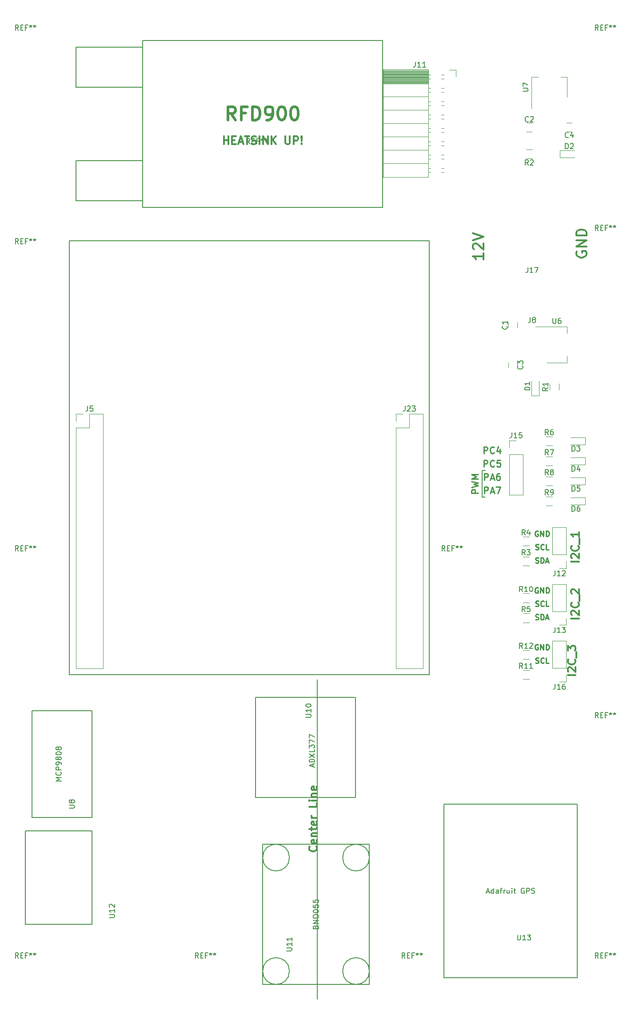
<source format=gto>
G04 #@! TF.FileFunction,Legend,Top*
%FSLAX46Y46*%
G04 Gerber Fmt 4.6, Leading zero omitted, Abs format (unit mm)*
G04 Created by KiCad (PCBNEW 4.0.7) date 01/10/18 13:14:11*
%MOMM*%
%LPD*%
G01*
G04 APERTURE LIST*
%ADD10C,0.100000*%
%ADD11C,0.254000*%
%ADD12C,0.200000*%
%ADD13C,0.300000*%
%ADD14C,0.508000*%
%ADD15C,0.120000*%
%ADD16C,0.150000*%
G04 APERTURE END LIST*
D10*
D11*
X163690905Y-167767000D02*
X163594143Y-167718619D01*
X163449000Y-167718619D01*
X163303858Y-167767000D01*
X163207096Y-167863762D01*
X163158715Y-167960524D01*
X163110334Y-168154048D01*
X163110334Y-168299190D01*
X163158715Y-168492714D01*
X163207096Y-168589476D01*
X163303858Y-168686238D01*
X163449000Y-168734619D01*
X163545762Y-168734619D01*
X163690905Y-168686238D01*
X163739286Y-168637857D01*
X163739286Y-168299190D01*
X163545762Y-168299190D01*
X164174715Y-168734619D02*
X164174715Y-167718619D01*
X164755286Y-168734619D01*
X164755286Y-167718619D01*
X165239096Y-168734619D02*
X165239096Y-167718619D01*
X165481001Y-167718619D01*
X165626143Y-167767000D01*
X165722905Y-167863762D01*
X165771286Y-167960524D01*
X165819667Y-168154048D01*
X165819667Y-168299190D01*
X165771286Y-168492714D01*
X165722905Y-168589476D01*
X165626143Y-168686238D01*
X165481001Y-168734619D01*
X165239096Y-168734619D01*
X163255477Y-171226238D02*
X163400620Y-171274619D01*
X163642524Y-171274619D01*
X163739286Y-171226238D01*
X163787667Y-171177857D01*
X163836048Y-171081095D01*
X163836048Y-170984333D01*
X163787667Y-170887571D01*
X163739286Y-170839190D01*
X163642524Y-170790810D01*
X163449001Y-170742429D01*
X163352239Y-170694048D01*
X163303858Y-170645667D01*
X163255477Y-170548905D01*
X163255477Y-170452143D01*
X163303858Y-170355381D01*
X163352239Y-170307000D01*
X163449001Y-170258619D01*
X163690905Y-170258619D01*
X163836048Y-170307000D01*
X164852048Y-171177857D02*
X164803667Y-171226238D01*
X164658524Y-171274619D01*
X164561762Y-171274619D01*
X164416620Y-171226238D01*
X164319858Y-171129476D01*
X164271477Y-171032714D01*
X164223096Y-170839190D01*
X164223096Y-170694048D01*
X164271477Y-170500524D01*
X164319858Y-170403762D01*
X164416620Y-170307000D01*
X164561762Y-170258619D01*
X164658524Y-170258619D01*
X164803667Y-170307000D01*
X164852048Y-170355381D01*
X165771286Y-171274619D02*
X165287477Y-171274619D01*
X165287477Y-170258619D01*
X163690905Y-156972000D02*
X163594143Y-156923619D01*
X163449000Y-156923619D01*
X163303858Y-156972000D01*
X163207096Y-157068762D01*
X163158715Y-157165524D01*
X163110334Y-157359048D01*
X163110334Y-157504190D01*
X163158715Y-157697714D01*
X163207096Y-157794476D01*
X163303858Y-157891238D01*
X163449000Y-157939619D01*
X163545762Y-157939619D01*
X163690905Y-157891238D01*
X163739286Y-157842857D01*
X163739286Y-157504190D01*
X163545762Y-157504190D01*
X164174715Y-157939619D02*
X164174715Y-156923619D01*
X164755286Y-157939619D01*
X164755286Y-156923619D01*
X165239096Y-157939619D02*
X165239096Y-156923619D01*
X165481001Y-156923619D01*
X165626143Y-156972000D01*
X165722905Y-157068762D01*
X165771286Y-157165524D01*
X165819667Y-157359048D01*
X165819667Y-157504190D01*
X165771286Y-157697714D01*
X165722905Y-157794476D01*
X165626143Y-157891238D01*
X165481001Y-157939619D01*
X165239096Y-157939619D01*
X163231286Y-162971238D02*
X163376429Y-163019619D01*
X163618333Y-163019619D01*
X163715095Y-162971238D01*
X163763476Y-162922857D01*
X163811857Y-162826095D01*
X163811857Y-162729333D01*
X163763476Y-162632571D01*
X163715095Y-162584190D01*
X163618333Y-162535810D01*
X163424810Y-162487429D01*
X163328048Y-162439048D01*
X163279667Y-162390667D01*
X163231286Y-162293905D01*
X163231286Y-162197143D01*
X163279667Y-162100381D01*
X163328048Y-162052000D01*
X163424810Y-162003619D01*
X163666714Y-162003619D01*
X163811857Y-162052000D01*
X164247286Y-163019619D02*
X164247286Y-162003619D01*
X164489191Y-162003619D01*
X164634333Y-162052000D01*
X164731095Y-162148762D01*
X164779476Y-162245524D01*
X164827857Y-162439048D01*
X164827857Y-162584190D01*
X164779476Y-162777714D01*
X164731095Y-162874476D01*
X164634333Y-162971238D01*
X164489191Y-163019619D01*
X164247286Y-163019619D01*
X165214905Y-162729333D02*
X165698714Y-162729333D01*
X165118143Y-163019619D02*
X165456810Y-162003619D01*
X165795476Y-163019619D01*
X163255477Y-160431238D02*
X163400620Y-160479619D01*
X163642524Y-160479619D01*
X163739286Y-160431238D01*
X163787667Y-160382857D01*
X163836048Y-160286095D01*
X163836048Y-160189333D01*
X163787667Y-160092571D01*
X163739286Y-160044190D01*
X163642524Y-159995810D01*
X163449001Y-159947429D01*
X163352239Y-159899048D01*
X163303858Y-159850667D01*
X163255477Y-159753905D01*
X163255477Y-159657143D01*
X163303858Y-159560381D01*
X163352239Y-159512000D01*
X163449001Y-159463619D01*
X163690905Y-159463619D01*
X163836048Y-159512000D01*
X164852048Y-160382857D02*
X164803667Y-160431238D01*
X164658524Y-160479619D01*
X164561762Y-160479619D01*
X164416620Y-160431238D01*
X164319858Y-160334476D01*
X164271477Y-160237714D01*
X164223096Y-160044190D01*
X164223096Y-159899048D01*
X164271477Y-159705524D01*
X164319858Y-159608762D01*
X164416620Y-159512000D01*
X164561762Y-159463619D01*
X164658524Y-159463619D01*
X164803667Y-159512000D01*
X164852048Y-159560381D01*
X165771286Y-160479619D02*
X165287477Y-160479619D01*
X165287477Y-159463619D01*
X163231286Y-152176238D02*
X163376429Y-152224619D01*
X163618333Y-152224619D01*
X163715095Y-152176238D01*
X163763476Y-152127857D01*
X163811857Y-152031095D01*
X163811857Y-151934333D01*
X163763476Y-151837571D01*
X163715095Y-151789190D01*
X163618333Y-151740810D01*
X163424810Y-151692429D01*
X163328048Y-151644048D01*
X163279667Y-151595667D01*
X163231286Y-151498905D01*
X163231286Y-151402143D01*
X163279667Y-151305381D01*
X163328048Y-151257000D01*
X163424810Y-151208619D01*
X163666714Y-151208619D01*
X163811857Y-151257000D01*
X164247286Y-152224619D02*
X164247286Y-151208619D01*
X164489191Y-151208619D01*
X164634333Y-151257000D01*
X164731095Y-151353762D01*
X164779476Y-151450524D01*
X164827857Y-151644048D01*
X164827857Y-151789190D01*
X164779476Y-151982714D01*
X164731095Y-152079476D01*
X164634333Y-152176238D01*
X164489191Y-152224619D01*
X164247286Y-152224619D01*
X165214905Y-151934333D02*
X165698714Y-151934333D01*
X165118143Y-152224619D02*
X165456810Y-151208619D01*
X165795476Y-152224619D01*
X152339524Y-138944048D02*
X151069524Y-138944048D01*
X151069524Y-138460239D01*
X151130000Y-138339286D01*
X151190476Y-138278810D01*
X151311429Y-138218334D01*
X151492857Y-138218334D01*
X151613810Y-138278810D01*
X151674286Y-138339286D01*
X151734762Y-138460239D01*
X151734762Y-138944048D01*
X151069524Y-137795000D02*
X152339524Y-137492619D01*
X151432381Y-137250715D01*
X152339524Y-137008810D01*
X151069524Y-136706429D01*
X152339524Y-136222619D02*
X151069524Y-136222619D01*
X151976667Y-135799286D01*
X151069524Y-135375952D01*
X152339524Y-135375952D01*
D12*
X153035000Y-134620000D02*
X153670000Y-134620000D01*
X153035000Y-139700000D02*
X153035000Y-134620000D01*
X153670000Y-139700000D02*
X153035000Y-139700000D01*
D11*
X163255477Y-149636238D02*
X163400620Y-149684619D01*
X163642524Y-149684619D01*
X163739286Y-149636238D01*
X163787667Y-149587857D01*
X163836048Y-149491095D01*
X163836048Y-149394333D01*
X163787667Y-149297571D01*
X163739286Y-149249190D01*
X163642524Y-149200810D01*
X163449001Y-149152429D01*
X163352239Y-149104048D01*
X163303858Y-149055667D01*
X163255477Y-148958905D01*
X163255477Y-148862143D01*
X163303858Y-148765381D01*
X163352239Y-148717000D01*
X163449001Y-148668619D01*
X163690905Y-148668619D01*
X163836048Y-148717000D01*
X164852048Y-149587857D02*
X164803667Y-149636238D01*
X164658524Y-149684619D01*
X164561762Y-149684619D01*
X164416620Y-149636238D01*
X164319858Y-149539476D01*
X164271477Y-149442714D01*
X164223096Y-149249190D01*
X164223096Y-149104048D01*
X164271477Y-148910524D01*
X164319858Y-148813762D01*
X164416620Y-148717000D01*
X164561762Y-148668619D01*
X164658524Y-148668619D01*
X164803667Y-148717000D01*
X164852048Y-148765381D01*
X165771286Y-149684619D02*
X165287477Y-149684619D01*
X165287477Y-148668619D01*
X163690905Y-146177000D02*
X163594143Y-146128619D01*
X163449000Y-146128619D01*
X163303858Y-146177000D01*
X163207096Y-146273762D01*
X163158715Y-146370524D01*
X163110334Y-146564048D01*
X163110334Y-146709190D01*
X163158715Y-146902714D01*
X163207096Y-146999476D01*
X163303858Y-147096238D01*
X163449000Y-147144619D01*
X163545762Y-147144619D01*
X163690905Y-147096238D01*
X163739286Y-147047857D01*
X163739286Y-146709190D01*
X163545762Y-146709190D01*
X164174715Y-147144619D02*
X164174715Y-146128619D01*
X164755286Y-147144619D01*
X164755286Y-146128619D01*
X165239096Y-147144619D02*
X165239096Y-146128619D01*
X165481001Y-146128619D01*
X165626143Y-146177000D01*
X165722905Y-146273762D01*
X165771286Y-146370524D01*
X165819667Y-146564048D01*
X165819667Y-146709190D01*
X165771286Y-146902714D01*
X165722905Y-146999476D01*
X165626143Y-147096238D01*
X165481001Y-147144619D01*
X165239096Y-147144619D01*
X153458334Y-139004524D02*
X153458334Y-137734524D01*
X153942143Y-137734524D01*
X154063096Y-137795000D01*
X154123572Y-137855476D01*
X154184048Y-137976429D01*
X154184048Y-138157857D01*
X154123572Y-138278810D01*
X154063096Y-138339286D01*
X153942143Y-138399762D01*
X153458334Y-138399762D01*
X154667858Y-138641667D02*
X155272620Y-138641667D01*
X154546905Y-139004524D02*
X154970239Y-137734524D01*
X155393572Y-139004524D01*
X155695953Y-137734524D02*
X156542619Y-137734524D01*
X155998334Y-139004524D01*
X153458334Y-136464524D02*
X153458334Y-135194524D01*
X153942143Y-135194524D01*
X154063096Y-135255000D01*
X154123572Y-135315476D01*
X154184048Y-135436429D01*
X154184048Y-135617857D01*
X154123572Y-135738810D01*
X154063096Y-135799286D01*
X153942143Y-135859762D01*
X153458334Y-135859762D01*
X154667858Y-136101667D02*
X155272620Y-136101667D01*
X154546905Y-136464524D02*
X154970239Y-135194524D01*
X155393572Y-136464524D01*
X156361191Y-135194524D02*
X156119286Y-135194524D01*
X155998334Y-135255000D01*
X155937857Y-135315476D01*
X155816905Y-135496905D01*
X155756429Y-135738810D01*
X155756429Y-136222619D01*
X155816905Y-136343571D01*
X155877381Y-136404048D01*
X155998334Y-136464524D01*
X156240238Y-136464524D01*
X156361191Y-136404048D01*
X156421667Y-136343571D01*
X156482143Y-136222619D01*
X156482143Y-135920238D01*
X156421667Y-135799286D01*
X156361191Y-135738810D01*
X156240238Y-135678333D01*
X155998334Y-135678333D01*
X155877381Y-135738810D01*
X155816905Y-135799286D01*
X155756429Y-135920238D01*
X153367619Y-133924524D02*
X153367619Y-132654524D01*
X153851428Y-132654524D01*
X153972381Y-132715000D01*
X154032857Y-132775476D01*
X154093333Y-132896429D01*
X154093333Y-133077857D01*
X154032857Y-133198810D01*
X153972381Y-133259286D01*
X153851428Y-133319762D01*
X153367619Y-133319762D01*
X155363333Y-133803571D02*
X155302857Y-133864048D01*
X155121428Y-133924524D01*
X155000476Y-133924524D01*
X154819048Y-133864048D01*
X154698095Y-133743095D01*
X154637619Y-133622143D01*
X154577143Y-133380238D01*
X154577143Y-133198810D01*
X154637619Y-132956905D01*
X154698095Y-132835952D01*
X154819048Y-132715000D01*
X155000476Y-132654524D01*
X155121428Y-132654524D01*
X155302857Y-132715000D01*
X155363333Y-132775476D01*
X156512381Y-132654524D02*
X155907619Y-132654524D01*
X155847143Y-133259286D01*
X155907619Y-133198810D01*
X156028571Y-133138333D01*
X156330952Y-133138333D01*
X156451905Y-133198810D01*
X156512381Y-133259286D01*
X156572857Y-133380238D01*
X156572857Y-133682619D01*
X156512381Y-133803571D01*
X156451905Y-133864048D01*
X156330952Y-133924524D01*
X156028571Y-133924524D01*
X155907619Y-133864048D01*
X155847143Y-133803571D01*
X153367619Y-131384524D02*
X153367619Y-130114524D01*
X153851428Y-130114524D01*
X153972381Y-130175000D01*
X154032857Y-130235476D01*
X154093333Y-130356429D01*
X154093333Y-130537857D01*
X154032857Y-130658810D01*
X153972381Y-130719286D01*
X153851428Y-130779762D01*
X153367619Y-130779762D01*
X155363333Y-131263571D02*
X155302857Y-131324048D01*
X155121428Y-131384524D01*
X155000476Y-131384524D01*
X154819048Y-131324048D01*
X154698095Y-131203095D01*
X154637619Y-131082143D01*
X154577143Y-130840238D01*
X154577143Y-130658810D01*
X154637619Y-130416905D01*
X154698095Y-130295952D01*
X154819048Y-130175000D01*
X155000476Y-130114524D01*
X155121428Y-130114524D01*
X155302857Y-130175000D01*
X155363333Y-130235476D01*
X156451905Y-130537857D02*
X156451905Y-131384524D01*
X156149524Y-130054048D02*
X155847143Y-130961190D01*
X156633333Y-130961190D01*
D13*
X121439714Y-206163999D02*
X121511143Y-206235428D01*
X121582571Y-206449714D01*
X121582571Y-206592571D01*
X121511143Y-206806856D01*
X121368286Y-206949714D01*
X121225429Y-207021142D01*
X120939714Y-207092571D01*
X120725429Y-207092571D01*
X120439714Y-207021142D01*
X120296857Y-206949714D01*
X120154000Y-206806856D01*
X120082571Y-206592571D01*
X120082571Y-206449714D01*
X120154000Y-206235428D01*
X120225429Y-206163999D01*
X121511143Y-204949714D02*
X121582571Y-205092571D01*
X121582571Y-205378285D01*
X121511143Y-205521142D01*
X121368286Y-205592571D01*
X120796857Y-205592571D01*
X120654000Y-205521142D01*
X120582571Y-205378285D01*
X120582571Y-205092571D01*
X120654000Y-204949714D01*
X120796857Y-204878285D01*
X120939714Y-204878285D01*
X121082571Y-205592571D01*
X120582571Y-204235428D02*
X121582571Y-204235428D01*
X120725429Y-204235428D02*
X120654000Y-204164000D01*
X120582571Y-204021142D01*
X120582571Y-203806857D01*
X120654000Y-203664000D01*
X120796857Y-203592571D01*
X121582571Y-203592571D01*
X120582571Y-203092571D02*
X120582571Y-202521142D01*
X120082571Y-202878285D02*
X121368286Y-202878285D01*
X121511143Y-202806857D01*
X121582571Y-202663999D01*
X121582571Y-202521142D01*
X121511143Y-201449714D02*
X121582571Y-201592571D01*
X121582571Y-201878285D01*
X121511143Y-202021142D01*
X121368286Y-202092571D01*
X120796857Y-202092571D01*
X120654000Y-202021142D01*
X120582571Y-201878285D01*
X120582571Y-201592571D01*
X120654000Y-201449714D01*
X120796857Y-201378285D01*
X120939714Y-201378285D01*
X121082571Y-202092571D01*
X121582571Y-200735428D02*
X120582571Y-200735428D01*
X120868286Y-200735428D02*
X120725429Y-200664000D01*
X120654000Y-200592571D01*
X120582571Y-200449714D01*
X120582571Y-200306857D01*
X121582571Y-197949714D02*
X121582571Y-198664000D01*
X120082571Y-198664000D01*
X121582571Y-197449714D02*
X120582571Y-197449714D01*
X120082571Y-197449714D02*
X120154000Y-197521143D01*
X120225429Y-197449714D01*
X120154000Y-197378286D01*
X120082571Y-197449714D01*
X120225429Y-197449714D01*
X120582571Y-196735428D02*
X121582571Y-196735428D01*
X120725429Y-196735428D02*
X120654000Y-196664000D01*
X120582571Y-196521142D01*
X120582571Y-196306857D01*
X120654000Y-196164000D01*
X120796857Y-196092571D01*
X121582571Y-196092571D01*
X121511143Y-194806857D02*
X121582571Y-194949714D01*
X121582571Y-195235428D01*
X121511143Y-195378285D01*
X121368286Y-195449714D01*
X120796857Y-195449714D01*
X120654000Y-195378285D01*
X120582571Y-195235428D01*
X120582571Y-194949714D01*
X120654000Y-194806857D01*
X120796857Y-194735428D01*
X120939714Y-194735428D01*
X121082571Y-195449714D01*
D12*
X121666000Y-235204000D02*
X121666000Y-174371000D01*
D13*
X171085000Y-92963809D02*
X170989762Y-93154286D01*
X170989762Y-93440000D01*
X171085000Y-93725714D01*
X171275476Y-93916190D01*
X171465952Y-94011429D01*
X171846905Y-94106667D01*
X172132619Y-94106667D01*
X172513571Y-94011429D01*
X172704048Y-93916190D01*
X172894524Y-93725714D01*
X172989762Y-93440000D01*
X172989762Y-93249524D01*
X172894524Y-92963809D01*
X172799286Y-92868571D01*
X172132619Y-92868571D01*
X172132619Y-93249524D01*
X172989762Y-92011429D02*
X170989762Y-92011429D01*
X172989762Y-90868571D01*
X170989762Y-90868571D01*
X172989762Y-89916191D02*
X170989762Y-89916191D01*
X170989762Y-89440000D01*
X171085000Y-89154286D01*
X171275476Y-88963810D01*
X171465952Y-88868571D01*
X171846905Y-88773333D01*
X172132619Y-88773333D01*
X172513571Y-88868571D01*
X172704048Y-88963810D01*
X172894524Y-89154286D01*
X172989762Y-89440000D01*
X172989762Y-89916191D01*
X170858571Y-173564999D02*
X169358571Y-173564999D01*
X169501429Y-172922142D02*
X169430000Y-172850713D01*
X169358571Y-172707856D01*
X169358571Y-172350713D01*
X169430000Y-172207856D01*
X169501429Y-172136427D01*
X169644286Y-172064999D01*
X169787143Y-172064999D01*
X170001429Y-172136427D01*
X170858571Y-172993570D01*
X170858571Y-172064999D01*
X170715714Y-170564999D02*
X170787143Y-170636428D01*
X170858571Y-170850714D01*
X170858571Y-170993571D01*
X170787143Y-171207856D01*
X170644286Y-171350714D01*
X170501429Y-171422142D01*
X170215714Y-171493571D01*
X170001429Y-171493571D01*
X169715714Y-171422142D01*
X169572857Y-171350714D01*
X169430000Y-171207856D01*
X169358571Y-170993571D01*
X169358571Y-170850714D01*
X169430000Y-170636428D01*
X169501429Y-170564999D01*
X171001429Y-170279285D02*
X171001429Y-169136428D01*
X169358571Y-168922142D02*
X169358571Y-167993571D01*
X169930000Y-168493571D01*
X169930000Y-168279285D01*
X170001429Y-168136428D01*
X170072857Y-168064999D01*
X170215714Y-167993571D01*
X170572857Y-167993571D01*
X170715714Y-168064999D01*
X170787143Y-168136428D01*
X170858571Y-168279285D01*
X170858571Y-168707857D01*
X170787143Y-168850714D01*
X170715714Y-168922142D01*
X171493571Y-162769999D02*
X169993571Y-162769999D01*
X170136429Y-162127142D02*
X170065000Y-162055713D01*
X169993571Y-161912856D01*
X169993571Y-161555713D01*
X170065000Y-161412856D01*
X170136429Y-161341427D01*
X170279286Y-161269999D01*
X170422143Y-161269999D01*
X170636429Y-161341427D01*
X171493571Y-162198570D01*
X171493571Y-161269999D01*
X171350714Y-159769999D02*
X171422143Y-159841428D01*
X171493571Y-160055714D01*
X171493571Y-160198571D01*
X171422143Y-160412856D01*
X171279286Y-160555714D01*
X171136429Y-160627142D01*
X170850714Y-160698571D01*
X170636429Y-160698571D01*
X170350714Y-160627142D01*
X170207857Y-160555714D01*
X170065000Y-160412856D01*
X169993571Y-160198571D01*
X169993571Y-160055714D01*
X170065000Y-159841428D01*
X170136429Y-159769999D01*
X171636429Y-159484285D02*
X171636429Y-158341428D01*
X170136429Y-158055714D02*
X170065000Y-157984285D01*
X169993571Y-157841428D01*
X169993571Y-157484285D01*
X170065000Y-157341428D01*
X170136429Y-157269999D01*
X170279286Y-157198571D01*
X170422143Y-157198571D01*
X170636429Y-157269999D01*
X171493571Y-158127142D01*
X171493571Y-157198571D01*
X171493571Y-151974999D02*
X169993571Y-151974999D01*
X170136429Y-151332142D02*
X170065000Y-151260713D01*
X169993571Y-151117856D01*
X169993571Y-150760713D01*
X170065000Y-150617856D01*
X170136429Y-150546427D01*
X170279286Y-150474999D01*
X170422143Y-150474999D01*
X170636429Y-150546427D01*
X171493571Y-151403570D01*
X171493571Y-150474999D01*
X171350714Y-148974999D02*
X171422143Y-149046428D01*
X171493571Y-149260714D01*
X171493571Y-149403571D01*
X171422143Y-149617856D01*
X171279286Y-149760714D01*
X171136429Y-149832142D01*
X170850714Y-149903571D01*
X170636429Y-149903571D01*
X170350714Y-149832142D01*
X170207857Y-149760714D01*
X170065000Y-149617856D01*
X169993571Y-149403571D01*
X169993571Y-149260714D01*
X170065000Y-149046428D01*
X170136429Y-148974999D01*
X171636429Y-148689285D02*
X171636429Y-147546428D01*
X171493571Y-146403571D02*
X171493571Y-147260714D01*
X171493571Y-146832142D02*
X169993571Y-146832142D01*
X170207857Y-146974999D01*
X170350714Y-147117857D01*
X170422143Y-147260714D01*
X171085000Y-92963809D02*
X170989762Y-93154286D01*
X170989762Y-93440000D01*
X171085000Y-93725714D01*
X171275476Y-93916190D01*
X171465952Y-94011429D01*
X171846905Y-94106667D01*
X172132619Y-94106667D01*
X172513571Y-94011429D01*
X172704048Y-93916190D01*
X172894524Y-93725714D01*
X172989762Y-93440000D01*
X172989762Y-93249524D01*
X172894524Y-92963809D01*
X172799286Y-92868571D01*
X172132619Y-92868571D01*
X172132619Y-93249524D01*
X172989762Y-92011429D02*
X170989762Y-92011429D01*
X172989762Y-90868571D01*
X170989762Y-90868571D01*
X172989762Y-89916191D02*
X170989762Y-89916191D01*
X170989762Y-89440000D01*
X171085000Y-89154286D01*
X171275476Y-88963810D01*
X171465952Y-88868571D01*
X171846905Y-88773333D01*
X172132619Y-88773333D01*
X172513571Y-88868571D01*
X172704048Y-88963810D01*
X172894524Y-89154286D01*
X172989762Y-89440000D01*
X172989762Y-89916191D01*
X153304762Y-93313095D02*
X153304762Y-94455953D01*
X153304762Y-93884524D02*
X151304762Y-93884524D01*
X151590476Y-94075000D01*
X151780952Y-94265476D01*
X151876190Y-94455953D01*
X151495238Y-92551191D02*
X151400000Y-92455953D01*
X151304762Y-92265476D01*
X151304762Y-91789286D01*
X151400000Y-91598810D01*
X151495238Y-91503572D01*
X151685714Y-91408333D01*
X151876190Y-91408333D01*
X152161905Y-91503572D01*
X153304762Y-92646429D01*
X153304762Y-91408333D01*
X151304762Y-90836905D02*
X153304762Y-90170238D01*
X151304762Y-89503571D01*
D12*
X74422000Y-90932000D02*
X143002000Y-90932000D01*
X143002000Y-173482000D02*
X74422000Y-173482000D01*
X143002000Y-173482000D02*
X143002000Y-90932000D01*
X74422000Y-173482000D02*
X74422000Y-90932000D01*
D13*
X103859143Y-72560571D02*
X103859143Y-71060571D01*
X103859143Y-71774857D02*
X104716286Y-71774857D01*
X104716286Y-72560571D02*
X104716286Y-71060571D01*
X105430572Y-71774857D02*
X105930572Y-71774857D01*
X106144858Y-72560571D02*
X105430572Y-72560571D01*
X105430572Y-71060571D01*
X106144858Y-71060571D01*
X106716286Y-72132000D02*
X107430572Y-72132000D01*
X106573429Y-72560571D02*
X107073429Y-71060571D01*
X107573429Y-72560571D01*
X107859143Y-71060571D02*
X108716286Y-71060571D01*
X108287715Y-72560571D02*
X108287715Y-71060571D01*
X109144857Y-72489143D02*
X109359143Y-72560571D01*
X109716286Y-72560571D01*
X109859143Y-72489143D01*
X109930572Y-72417714D01*
X110002000Y-72274857D01*
X110002000Y-72132000D01*
X109930572Y-71989143D01*
X109859143Y-71917714D01*
X109716286Y-71846286D01*
X109430572Y-71774857D01*
X109287714Y-71703429D01*
X109216286Y-71632000D01*
X109144857Y-71489143D01*
X109144857Y-71346286D01*
X109216286Y-71203429D01*
X109287714Y-71132000D01*
X109430572Y-71060571D01*
X109787714Y-71060571D01*
X110002000Y-71132000D01*
X110644857Y-72560571D02*
X110644857Y-71060571D01*
X111359143Y-72560571D02*
X111359143Y-71060571D01*
X112216286Y-72560571D01*
X112216286Y-71060571D01*
X112930572Y-72560571D02*
X112930572Y-71060571D01*
X113787715Y-72560571D02*
X113144858Y-71703429D01*
X113787715Y-71060571D02*
X112930572Y-71917714D01*
X115573429Y-71060571D02*
X115573429Y-72274857D01*
X115644857Y-72417714D01*
X115716286Y-72489143D01*
X115859143Y-72560571D01*
X116144857Y-72560571D01*
X116287715Y-72489143D01*
X116359143Y-72417714D01*
X116430572Y-72274857D01*
X116430572Y-71060571D01*
X117144858Y-72560571D02*
X117144858Y-71060571D01*
X117716286Y-71060571D01*
X117859144Y-71132000D01*
X117930572Y-71203429D01*
X118002001Y-71346286D01*
X118002001Y-71560571D01*
X117930572Y-71703429D01*
X117859144Y-71774857D01*
X117716286Y-71846286D01*
X117144858Y-71846286D01*
X118644858Y-72417714D02*
X118716286Y-72489143D01*
X118644858Y-72560571D01*
X118573429Y-72489143D01*
X118644858Y-72417714D01*
X118644858Y-72560571D01*
X118644858Y-71989143D02*
X118573429Y-71132000D01*
X118644858Y-71060571D01*
X118716286Y-71132000D01*
X118644858Y-71989143D01*
X118644858Y-71060571D01*
D14*
X106051047Y-67951048D02*
X105204381Y-66741524D01*
X104599619Y-67951048D02*
X104599619Y-65411048D01*
X105567238Y-65411048D01*
X105809143Y-65532000D01*
X105930095Y-65652952D01*
X106051047Y-65894857D01*
X106051047Y-66257714D01*
X105930095Y-66499619D01*
X105809143Y-66620571D01*
X105567238Y-66741524D01*
X104599619Y-66741524D01*
X107986286Y-66620571D02*
X107139619Y-66620571D01*
X107139619Y-67951048D02*
X107139619Y-65411048D01*
X108349143Y-65411048D01*
X109316762Y-67951048D02*
X109316762Y-65411048D01*
X109921524Y-65411048D01*
X110284381Y-65532000D01*
X110526286Y-65773905D01*
X110647238Y-66015810D01*
X110768190Y-66499619D01*
X110768190Y-66862476D01*
X110647238Y-67346286D01*
X110526286Y-67588190D01*
X110284381Y-67830095D01*
X109921524Y-67951048D01*
X109316762Y-67951048D01*
X111977714Y-67951048D02*
X112461524Y-67951048D01*
X112703429Y-67830095D01*
X112824381Y-67709143D01*
X113066286Y-67346286D01*
X113187238Y-66862476D01*
X113187238Y-65894857D01*
X113066286Y-65652952D01*
X112945333Y-65532000D01*
X112703429Y-65411048D01*
X112219619Y-65411048D01*
X111977714Y-65532000D01*
X111856762Y-65652952D01*
X111735810Y-65894857D01*
X111735810Y-66499619D01*
X111856762Y-66741524D01*
X111977714Y-66862476D01*
X112219619Y-66983429D01*
X112703429Y-66983429D01*
X112945333Y-66862476D01*
X113066286Y-66741524D01*
X113187238Y-66499619D01*
X114759619Y-65411048D02*
X115001524Y-65411048D01*
X115243429Y-65532000D01*
X115364381Y-65652952D01*
X115485334Y-65894857D01*
X115606286Y-66378667D01*
X115606286Y-66983429D01*
X115485334Y-67467238D01*
X115364381Y-67709143D01*
X115243429Y-67830095D01*
X115001524Y-67951048D01*
X114759619Y-67951048D01*
X114517715Y-67830095D01*
X114396762Y-67709143D01*
X114275810Y-67467238D01*
X114154858Y-66983429D01*
X114154858Y-66378667D01*
X114275810Y-65894857D01*
X114396762Y-65652952D01*
X114517715Y-65532000D01*
X114759619Y-65411048D01*
X117178667Y-65411048D02*
X117420572Y-65411048D01*
X117662477Y-65532000D01*
X117783429Y-65652952D01*
X117904382Y-65894857D01*
X118025334Y-66378667D01*
X118025334Y-66983429D01*
X117904382Y-67467238D01*
X117783429Y-67709143D01*
X117662477Y-67830095D01*
X117420572Y-67951048D01*
X117178667Y-67951048D01*
X116936763Y-67830095D01*
X116815810Y-67709143D01*
X116694858Y-67467238D01*
X116573906Y-66983429D01*
X116573906Y-66378667D01*
X116694858Y-65894857D01*
X116815810Y-65652952D01*
X116936763Y-65532000D01*
X117178667Y-65411048D01*
D12*
X75692000Y-75692000D02*
X88392000Y-75692000D01*
X75692000Y-83312000D02*
X75692000Y-75692000D01*
X88392000Y-83312000D02*
X75692000Y-83312000D01*
X75692000Y-61722000D02*
X88392000Y-61722000D01*
X75692000Y-54102000D02*
X75692000Y-61722000D01*
X88392000Y-54102000D02*
X75692000Y-54102000D01*
X88392000Y-52832000D02*
X88392000Y-54102000D01*
X88392000Y-84582000D02*
X134112000Y-84582000D01*
X88392000Y-52832000D02*
X88392000Y-84582000D01*
X134112000Y-52832000D02*
X88392000Y-52832000D01*
X134112000Y-84582000D02*
X134112000Y-52832000D01*
D15*
X169194400Y-114128600D02*
X169194400Y-112868600D01*
X169194400Y-107308600D02*
X169194400Y-108568600D01*
X165434400Y-114128600D02*
X169194400Y-114128600D01*
X163184400Y-107308600D02*
X169194400Y-107308600D01*
X142812000Y-58360000D02*
X142812000Y-60960000D01*
X142812000Y-60960000D02*
X134182000Y-60960000D01*
X134182000Y-60960000D02*
X134182000Y-58360000D01*
X134182000Y-58360000D02*
X142812000Y-58360000D01*
X143242000Y-59310000D02*
X142812000Y-59310000D01*
X143242000Y-60070000D02*
X142812000Y-60070000D01*
X145782000Y-59310000D02*
X145302000Y-59310000D01*
X145782000Y-60070000D02*
X145302000Y-60070000D01*
X142812000Y-58540000D02*
X134182000Y-58540000D01*
X142812000Y-58660000D02*
X134182000Y-58660000D01*
X142812000Y-58780000D02*
X134182000Y-58780000D01*
X142812000Y-58900000D02*
X134182000Y-58900000D01*
X142812000Y-59020000D02*
X134182000Y-59020000D01*
X142812000Y-59140000D02*
X134182000Y-59140000D01*
X142812000Y-59260000D02*
X134182000Y-59260000D01*
X142812000Y-59380000D02*
X134182000Y-59380000D01*
X142812000Y-59500000D02*
X134182000Y-59500000D01*
X142812000Y-59620000D02*
X134182000Y-59620000D01*
X142812000Y-59740000D02*
X134182000Y-59740000D01*
X142812000Y-59860000D02*
X134182000Y-59860000D01*
X142812000Y-59980000D02*
X134182000Y-59980000D01*
X142812000Y-60100000D02*
X134182000Y-60100000D01*
X142812000Y-60220000D02*
X134182000Y-60220000D01*
X142812000Y-60340000D02*
X134182000Y-60340000D01*
X142812000Y-60460000D02*
X134182000Y-60460000D01*
X142812000Y-60580000D02*
X134182000Y-60580000D01*
X142812000Y-60700000D02*
X134182000Y-60700000D01*
X142812000Y-60820000D02*
X134182000Y-60820000D01*
X142812000Y-60940000D02*
X134182000Y-60940000D01*
X142812000Y-61060000D02*
X134182000Y-61060000D01*
X142812000Y-60960000D02*
X142812000Y-63500000D01*
X142812000Y-63500000D02*
X134182000Y-63500000D01*
X134182000Y-63500000D02*
X134182000Y-60960000D01*
X134182000Y-60960000D02*
X142812000Y-60960000D01*
X143242000Y-61850000D02*
X142812000Y-61850000D01*
X143242000Y-62610000D02*
X142812000Y-62610000D01*
X145782000Y-61850000D02*
X145302000Y-61850000D01*
X145782000Y-62610000D02*
X145302000Y-62610000D01*
X142812000Y-63500000D02*
X142812000Y-66040000D01*
X142812000Y-66040000D02*
X134182000Y-66040000D01*
X134182000Y-66040000D02*
X134182000Y-63500000D01*
X134182000Y-63500000D02*
X142812000Y-63500000D01*
X143242000Y-64390000D02*
X142812000Y-64390000D01*
X143242000Y-65150000D02*
X142812000Y-65150000D01*
X145782000Y-64390000D02*
X145302000Y-64390000D01*
X145782000Y-65150000D02*
X145302000Y-65150000D01*
X142812000Y-66040000D02*
X142812000Y-68580000D01*
X142812000Y-68580000D02*
X134182000Y-68580000D01*
X134182000Y-68580000D02*
X134182000Y-66040000D01*
X134182000Y-66040000D02*
X142812000Y-66040000D01*
X143242000Y-66930000D02*
X142812000Y-66930000D01*
X143242000Y-67690000D02*
X142812000Y-67690000D01*
X145782000Y-66930000D02*
X145302000Y-66930000D01*
X145782000Y-67690000D02*
X145302000Y-67690000D01*
X142812000Y-68580000D02*
X142812000Y-71120000D01*
X142812000Y-71120000D02*
X134182000Y-71120000D01*
X134182000Y-71120000D02*
X134182000Y-68580000D01*
X134182000Y-68580000D02*
X142812000Y-68580000D01*
X143242000Y-69470000D02*
X142812000Y-69470000D01*
X143242000Y-70230000D02*
X142812000Y-70230000D01*
X145782000Y-69470000D02*
X145302000Y-69470000D01*
X145782000Y-70230000D02*
X145302000Y-70230000D01*
X142812000Y-71120000D02*
X142812000Y-73660000D01*
X142812000Y-73660000D02*
X134182000Y-73660000D01*
X134182000Y-73660000D02*
X134182000Y-71120000D01*
X134182000Y-71120000D02*
X142812000Y-71120000D01*
X143242000Y-72010000D02*
X142812000Y-72010000D01*
X143242000Y-72770000D02*
X142812000Y-72770000D01*
X145782000Y-72010000D02*
X145302000Y-72010000D01*
X145782000Y-72770000D02*
X145302000Y-72770000D01*
X142812000Y-73660000D02*
X142812000Y-76200000D01*
X142812000Y-76200000D02*
X134182000Y-76200000D01*
X134182000Y-76200000D02*
X134182000Y-73660000D01*
X134182000Y-73660000D02*
X142812000Y-73660000D01*
X143242000Y-74550000D02*
X142812000Y-74550000D01*
X143242000Y-75310000D02*
X142812000Y-75310000D01*
X145782000Y-74550000D02*
X145302000Y-74550000D01*
X145782000Y-75310000D02*
X145302000Y-75310000D01*
X142812000Y-76200000D02*
X142812000Y-78800000D01*
X142812000Y-78800000D02*
X134182000Y-78800000D01*
X134182000Y-78800000D02*
X134182000Y-76200000D01*
X134182000Y-76200000D02*
X142812000Y-76200000D01*
X143242000Y-77090000D02*
X142812000Y-77090000D01*
X143242000Y-77850000D02*
X142812000Y-77850000D01*
X145782000Y-77090000D02*
X145302000Y-77090000D01*
X145782000Y-77850000D02*
X145302000Y-77850000D01*
X146812000Y-58420000D02*
X148082000Y-58420000D01*
X148082000Y-58420000D02*
X148082000Y-59690000D01*
X169272000Y-59812000D02*
X168012000Y-59812000D01*
X162452000Y-59812000D02*
X163712000Y-59812000D01*
X169272000Y-63572000D02*
X169272000Y-59812000D01*
X162452000Y-65822000D02*
X162452000Y-59812000D01*
X162017000Y-170552000D02*
X160817000Y-170552000D01*
X160817000Y-168792000D02*
X162017000Y-168792000D01*
X162017000Y-174362000D02*
X160817000Y-174362000D01*
X160817000Y-172602000D02*
X162017000Y-172602000D01*
X162017000Y-159757000D02*
X160817000Y-159757000D01*
X160817000Y-157997000D02*
X162017000Y-157997000D01*
X166462000Y-141342000D02*
X165262000Y-141342000D01*
X165262000Y-139582000D02*
X166462000Y-139582000D01*
X166462000Y-137532000D02*
X165262000Y-137532000D01*
X165262000Y-135772000D02*
X166462000Y-135772000D01*
X166462000Y-133722000D02*
X165262000Y-133722000D01*
X165262000Y-131962000D02*
X166462000Y-131962000D01*
X166462000Y-129912000D02*
X165262000Y-129912000D01*
X165262000Y-128152000D02*
X166462000Y-128152000D01*
X162017000Y-163567000D02*
X160817000Y-163567000D01*
X160817000Y-161807000D02*
X162017000Y-161807000D01*
X162017000Y-148962000D02*
X160817000Y-148962000D01*
X160817000Y-147202000D02*
X162017000Y-147202000D01*
X162017000Y-152772000D02*
X160817000Y-152772000D01*
X160817000Y-151012000D02*
X162017000Y-151012000D01*
X161452000Y-73542000D02*
X162652000Y-73542000D01*
X162652000Y-75302000D02*
X161452000Y-75302000D01*
X167669100Y-118119600D02*
X167669100Y-119319600D01*
X165909100Y-119319600D02*
X165909100Y-118119600D01*
X169097000Y-172212000D02*
X169097000Y-167072000D01*
X169097000Y-167072000D02*
X166437000Y-167072000D01*
X166437000Y-167072000D02*
X166437000Y-172212000D01*
X166437000Y-172212000D02*
X169097000Y-172212000D01*
X169097000Y-173482000D02*
X169097000Y-174812000D01*
X169097000Y-174812000D02*
X167767000Y-174812000D01*
X158182000Y-131572000D02*
X158182000Y-139252000D01*
X158182000Y-139252000D02*
X160842000Y-139252000D01*
X160842000Y-139252000D02*
X160842000Y-131572000D01*
X160842000Y-131572000D02*
X158182000Y-131572000D01*
X158182000Y-130302000D02*
X158182000Y-128972000D01*
X158182000Y-128972000D02*
X159512000Y-128972000D01*
X169097000Y-161417000D02*
X169097000Y-156277000D01*
X169097000Y-156277000D02*
X166437000Y-156277000D01*
X166437000Y-156277000D02*
X166437000Y-161417000D01*
X166437000Y-161417000D02*
X169097000Y-161417000D01*
X169097000Y-162687000D02*
X169097000Y-164017000D01*
X169097000Y-164017000D02*
X167767000Y-164017000D01*
X169097000Y-150622000D02*
X169097000Y-145482000D01*
X169097000Y-145482000D02*
X166437000Y-145482000D01*
X166437000Y-145482000D02*
X166437000Y-150622000D01*
X166437000Y-150622000D02*
X169097000Y-150622000D01*
X169097000Y-151892000D02*
X169097000Y-153222000D01*
X169097000Y-153222000D02*
X167767000Y-153222000D01*
X172742000Y-141162000D02*
X172742000Y-139762000D01*
X172742000Y-139762000D02*
X169942000Y-139762000D01*
X172742000Y-141162000D02*
X169942000Y-141162000D01*
X172742000Y-137352000D02*
X172742000Y-135952000D01*
X172742000Y-135952000D02*
X169942000Y-135952000D01*
X172742000Y-137352000D02*
X169942000Y-137352000D01*
X172742000Y-133542000D02*
X172742000Y-132142000D01*
X172742000Y-132142000D02*
X169942000Y-132142000D01*
X172742000Y-133542000D02*
X169942000Y-133542000D01*
X172742000Y-129732000D02*
X172742000Y-128332000D01*
X172742000Y-128332000D02*
X169942000Y-128332000D01*
X172742000Y-129732000D02*
X169942000Y-129732000D01*
X167872000Y-73722000D02*
X167872000Y-75122000D01*
X167872000Y-75122000D02*
X170672000Y-75122000D01*
X167872000Y-73722000D02*
X170672000Y-73722000D01*
X162456900Y-120379900D02*
X163856900Y-120379900D01*
X163856900Y-120379900D02*
X163856900Y-117579900D01*
X162456900Y-120379900D02*
X162456900Y-117579900D01*
X169172000Y-70192000D02*
X170172000Y-70192000D01*
X170172000Y-68492000D02*
X169172000Y-68492000D01*
X159714300Y-115054000D02*
X159714300Y-114054000D01*
X158014300Y-114054000D02*
X158014300Y-115054000D01*
X162552000Y-68492000D02*
X161552000Y-68492000D01*
X161552000Y-70192000D02*
X162552000Y-70192000D01*
X158065100Y-106459400D02*
X158065100Y-107459400D01*
X159765100Y-107459400D02*
X159765100Y-106459400D01*
X136592000Y-126492000D02*
X136592000Y-172272000D01*
X136592000Y-172272000D02*
X141792000Y-172272000D01*
X141792000Y-172272000D02*
X141792000Y-123892000D01*
X141792000Y-123892000D02*
X139192000Y-123892000D01*
X139192000Y-123892000D02*
X139192000Y-126492000D01*
X139192000Y-126492000D02*
X136592000Y-126492000D01*
X136592000Y-125222000D02*
X136592000Y-123892000D01*
X136592000Y-123892000D02*
X137862000Y-123892000D01*
X75632000Y-126492000D02*
X75632000Y-172272000D01*
X75632000Y-172272000D02*
X80832000Y-172272000D01*
X80832000Y-172272000D02*
X80832000Y-123892000D01*
X80832000Y-123892000D02*
X78232000Y-123892000D01*
X78232000Y-123892000D02*
X78232000Y-126492000D01*
X78232000Y-126492000D02*
X75632000Y-126492000D01*
X75632000Y-125222000D02*
X75632000Y-123892000D01*
X75632000Y-123892000D02*
X76902000Y-123892000D01*
D16*
X78740000Y-180340000D02*
X78740000Y-200660000D01*
X78740000Y-200660000D02*
X67310000Y-200660000D01*
X67310000Y-200660000D02*
X67310000Y-180340000D01*
X67310000Y-180340000D02*
X78740000Y-180340000D01*
X109855000Y-177800000D02*
X128905000Y-177800000D01*
X128905000Y-177800000D02*
X128905000Y-196850000D01*
X128905000Y-196850000D02*
X109855000Y-196850000D01*
X109855000Y-196850000D02*
X109855000Y-177800000D01*
X116332000Y-229870000D02*
G75*
G03X116332000Y-229870000I-2540000J0D01*
G01*
X131572000Y-229870000D02*
G75*
G03X131572000Y-229870000I-2540000J0D01*
G01*
X131572000Y-208280000D02*
G75*
G03X131572000Y-208280000I-2540000J0D01*
G01*
X116332000Y-208280000D02*
G75*
G03X116332000Y-208280000I-2540000J0D01*
G01*
X111252000Y-205740000D02*
X111252000Y-232410000D01*
X111252000Y-232410000D02*
X131572000Y-232410000D01*
X131572000Y-232410000D02*
X131572000Y-205740000D01*
X131572000Y-205740000D02*
X111252000Y-205740000D01*
X78740000Y-219710000D02*
X78740000Y-204470000D01*
X78740000Y-204470000D02*
X78740000Y-203200000D01*
X78740000Y-203200000D02*
X66040000Y-203200000D01*
X66040000Y-203200000D02*
X66040000Y-219710000D01*
X66040000Y-219710000D02*
X66040000Y-220980000D01*
X66040000Y-220980000D02*
X78740000Y-220980000D01*
X78740000Y-220980000D02*
X78740000Y-218440000D01*
X171196000Y-198120000D02*
X171196000Y-231140000D01*
X171196000Y-231140000D02*
X145796000Y-231140000D01*
X145796000Y-231140000D02*
X145796000Y-198120000D01*
X171196000Y-198120000D02*
X145796000Y-198120000D01*
X175196667Y-88962381D02*
X174863333Y-88486190D01*
X174625238Y-88962381D02*
X174625238Y-87962381D01*
X175006191Y-87962381D01*
X175101429Y-88010000D01*
X175149048Y-88057619D01*
X175196667Y-88152857D01*
X175196667Y-88295714D01*
X175149048Y-88390952D01*
X175101429Y-88438571D01*
X175006191Y-88486190D01*
X174625238Y-88486190D01*
X175625238Y-88438571D02*
X175958572Y-88438571D01*
X176101429Y-88962381D02*
X175625238Y-88962381D01*
X175625238Y-87962381D01*
X176101429Y-87962381D01*
X176863334Y-88438571D02*
X176530000Y-88438571D01*
X176530000Y-88962381D02*
X176530000Y-87962381D01*
X177006191Y-87962381D01*
X177530000Y-87962381D02*
X177530000Y-88200476D01*
X177291905Y-88105238D02*
X177530000Y-88200476D01*
X177768096Y-88105238D01*
X177387143Y-88390952D02*
X177530000Y-88200476D01*
X177672858Y-88390952D01*
X178291905Y-87962381D02*
X178291905Y-88200476D01*
X178053810Y-88105238D02*
X178291905Y-88200476D01*
X178530001Y-88105238D01*
X178149048Y-88390952D02*
X178291905Y-88200476D01*
X178434763Y-88390952D01*
X166522495Y-105670981D02*
X166522495Y-106480505D01*
X166570114Y-106575743D01*
X166617733Y-106623362D01*
X166712971Y-106670981D01*
X166903448Y-106670981D01*
X166998686Y-106623362D01*
X167046305Y-106575743D01*
X167093924Y-106480505D01*
X167093924Y-105670981D01*
X167998686Y-105670981D02*
X167808209Y-105670981D01*
X167712971Y-105718600D01*
X167665352Y-105766219D01*
X167570114Y-105909076D01*
X167522495Y-106099552D01*
X167522495Y-106480505D01*
X167570114Y-106575743D01*
X167617733Y-106623362D01*
X167712971Y-106670981D01*
X167903448Y-106670981D01*
X167998686Y-106623362D01*
X168046305Y-106575743D01*
X168093924Y-106480505D01*
X168093924Y-106242410D01*
X168046305Y-106147171D01*
X167998686Y-106099552D01*
X167903448Y-106051933D01*
X167712971Y-106051933D01*
X167617733Y-106099552D01*
X167570114Y-106147171D01*
X167522495Y-106242410D01*
X140352477Y-56872381D02*
X140352477Y-57586667D01*
X140304857Y-57729524D01*
X140209619Y-57824762D01*
X140066762Y-57872381D01*
X139971524Y-57872381D01*
X141352477Y-57872381D02*
X140781048Y-57872381D01*
X141066762Y-57872381D02*
X141066762Y-56872381D01*
X140971524Y-57015238D01*
X140876286Y-57110476D01*
X140781048Y-57158095D01*
X142304858Y-57872381D02*
X141733429Y-57872381D01*
X142019143Y-57872381D02*
X142019143Y-56872381D01*
X141923905Y-57015238D01*
X141828667Y-57110476D01*
X141733429Y-57158095D01*
X160814381Y-62483905D02*
X161623905Y-62483905D01*
X161719143Y-62436286D01*
X161766762Y-62388667D01*
X161814381Y-62293429D01*
X161814381Y-62102952D01*
X161766762Y-62007714D01*
X161719143Y-61960095D01*
X161623905Y-61912476D01*
X160814381Y-61912476D01*
X160814381Y-61531524D02*
X160814381Y-60864857D01*
X161814381Y-61293429D01*
X160774143Y-168474381D02*
X160440809Y-167998190D01*
X160202714Y-168474381D02*
X160202714Y-167474381D01*
X160583667Y-167474381D01*
X160678905Y-167522000D01*
X160726524Y-167569619D01*
X160774143Y-167664857D01*
X160774143Y-167807714D01*
X160726524Y-167902952D01*
X160678905Y-167950571D01*
X160583667Y-167998190D01*
X160202714Y-167998190D01*
X161726524Y-168474381D02*
X161155095Y-168474381D01*
X161440809Y-168474381D02*
X161440809Y-167474381D01*
X161345571Y-167617238D01*
X161250333Y-167712476D01*
X161155095Y-167760095D01*
X162107476Y-167569619D02*
X162155095Y-167522000D01*
X162250333Y-167474381D01*
X162488429Y-167474381D01*
X162583667Y-167522000D01*
X162631286Y-167569619D01*
X162678905Y-167664857D01*
X162678905Y-167760095D01*
X162631286Y-167902952D01*
X162059857Y-168474381D01*
X162678905Y-168474381D01*
X160774143Y-172284381D02*
X160440809Y-171808190D01*
X160202714Y-172284381D02*
X160202714Y-171284381D01*
X160583667Y-171284381D01*
X160678905Y-171332000D01*
X160726524Y-171379619D01*
X160774143Y-171474857D01*
X160774143Y-171617714D01*
X160726524Y-171712952D01*
X160678905Y-171760571D01*
X160583667Y-171808190D01*
X160202714Y-171808190D01*
X161726524Y-172284381D02*
X161155095Y-172284381D01*
X161440809Y-172284381D02*
X161440809Y-171284381D01*
X161345571Y-171427238D01*
X161250333Y-171522476D01*
X161155095Y-171570095D01*
X162678905Y-172284381D02*
X162107476Y-172284381D01*
X162393190Y-172284381D02*
X162393190Y-171284381D01*
X162297952Y-171427238D01*
X162202714Y-171522476D01*
X162107476Y-171570095D01*
X160774143Y-157679381D02*
X160440809Y-157203190D01*
X160202714Y-157679381D02*
X160202714Y-156679381D01*
X160583667Y-156679381D01*
X160678905Y-156727000D01*
X160726524Y-156774619D01*
X160774143Y-156869857D01*
X160774143Y-157012714D01*
X160726524Y-157107952D01*
X160678905Y-157155571D01*
X160583667Y-157203190D01*
X160202714Y-157203190D01*
X161726524Y-157679381D02*
X161155095Y-157679381D01*
X161440809Y-157679381D02*
X161440809Y-156679381D01*
X161345571Y-156822238D01*
X161250333Y-156917476D01*
X161155095Y-156965095D01*
X162345571Y-156679381D02*
X162440810Y-156679381D01*
X162536048Y-156727000D01*
X162583667Y-156774619D01*
X162631286Y-156869857D01*
X162678905Y-157060333D01*
X162678905Y-157298429D01*
X162631286Y-157488905D01*
X162583667Y-157584143D01*
X162536048Y-157631762D01*
X162440810Y-157679381D01*
X162345571Y-157679381D01*
X162250333Y-157631762D01*
X162202714Y-157584143D01*
X162155095Y-157488905D01*
X162107476Y-157298429D01*
X162107476Y-157060333D01*
X162155095Y-156869857D01*
X162202714Y-156774619D01*
X162250333Y-156727000D01*
X162345571Y-156679381D01*
X165695334Y-139264381D02*
X165362000Y-138788190D01*
X165123905Y-139264381D02*
X165123905Y-138264381D01*
X165504858Y-138264381D01*
X165600096Y-138312000D01*
X165647715Y-138359619D01*
X165695334Y-138454857D01*
X165695334Y-138597714D01*
X165647715Y-138692952D01*
X165600096Y-138740571D01*
X165504858Y-138788190D01*
X165123905Y-138788190D01*
X166171524Y-139264381D02*
X166362000Y-139264381D01*
X166457239Y-139216762D01*
X166504858Y-139169143D01*
X166600096Y-139026286D01*
X166647715Y-138835810D01*
X166647715Y-138454857D01*
X166600096Y-138359619D01*
X166552477Y-138312000D01*
X166457239Y-138264381D01*
X166266762Y-138264381D01*
X166171524Y-138312000D01*
X166123905Y-138359619D01*
X166076286Y-138454857D01*
X166076286Y-138692952D01*
X166123905Y-138788190D01*
X166171524Y-138835810D01*
X166266762Y-138883429D01*
X166457239Y-138883429D01*
X166552477Y-138835810D01*
X166600096Y-138788190D01*
X166647715Y-138692952D01*
X165695334Y-135454381D02*
X165362000Y-134978190D01*
X165123905Y-135454381D02*
X165123905Y-134454381D01*
X165504858Y-134454381D01*
X165600096Y-134502000D01*
X165647715Y-134549619D01*
X165695334Y-134644857D01*
X165695334Y-134787714D01*
X165647715Y-134882952D01*
X165600096Y-134930571D01*
X165504858Y-134978190D01*
X165123905Y-134978190D01*
X166266762Y-134882952D02*
X166171524Y-134835333D01*
X166123905Y-134787714D01*
X166076286Y-134692476D01*
X166076286Y-134644857D01*
X166123905Y-134549619D01*
X166171524Y-134502000D01*
X166266762Y-134454381D01*
X166457239Y-134454381D01*
X166552477Y-134502000D01*
X166600096Y-134549619D01*
X166647715Y-134644857D01*
X166647715Y-134692476D01*
X166600096Y-134787714D01*
X166552477Y-134835333D01*
X166457239Y-134882952D01*
X166266762Y-134882952D01*
X166171524Y-134930571D01*
X166123905Y-134978190D01*
X166076286Y-135073429D01*
X166076286Y-135263905D01*
X166123905Y-135359143D01*
X166171524Y-135406762D01*
X166266762Y-135454381D01*
X166457239Y-135454381D01*
X166552477Y-135406762D01*
X166600096Y-135359143D01*
X166647715Y-135263905D01*
X166647715Y-135073429D01*
X166600096Y-134978190D01*
X166552477Y-134930571D01*
X166457239Y-134882952D01*
X165695334Y-131644381D02*
X165362000Y-131168190D01*
X165123905Y-131644381D02*
X165123905Y-130644381D01*
X165504858Y-130644381D01*
X165600096Y-130692000D01*
X165647715Y-130739619D01*
X165695334Y-130834857D01*
X165695334Y-130977714D01*
X165647715Y-131072952D01*
X165600096Y-131120571D01*
X165504858Y-131168190D01*
X165123905Y-131168190D01*
X166028667Y-130644381D02*
X166695334Y-130644381D01*
X166266762Y-131644381D01*
X165695334Y-127834381D02*
X165362000Y-127358190D01*
X165123905Y-127834381D02*
X165123905Y-126834381D01*
X165504858Y-126834381D01*
X165600096Y-126882000D01*
X165647715Y-126929619D01*
X165695334Y-127024857D01*
X165695334Y-127167714D01*
X165647715Y-127262952D01*
X165600096Y-127310571D01*
X165504858Y-127358190D01*
X165123905Y-127358190D01*
X166552477Y-126834381D02*
X166362000Y-126834381D01*
X166266762Y-126882000D01*
X166219143Y-126929619D01*
X166123905Y-127072476D01*
X166076286Y-127262952D01*
X166076286Y-127643905D01*
X166123905Y-127739143D01*
X166171524Y-127786762D01*
X166266762Y-127834381D01*
X166457239Y-127834381D01*
X166552477Y-127786762D01*
X166600096Y-127739143D01*
X166647715Y-127643905D01*
X166647715Y-127405810D01*
X166600096Y-127310571D01*
X166552477Y-127262952D01*
X166457239Y-127215333D01*
X166266762Y-127215333D01*
X166171524Y-127262952D01*
X166123905Y-127310571D01*
X166076286Y-127405810D01*
X161250334Y-161489381D02*
X160917000Y-161013190D01*
X160678905Y-161489381D02*
X160678905Y-160489381D01*
X161059858Y-160489381D01*
X161155096Y-160537000D01*
X161202715Y-160584619D01*
X161250334Y-160679857D01*
X161250334Y-160822714D01*
X161202715Y-160917952D01*
X161155096Y-160965571D01*
X161059858Y-161013190D01*
X160678905Y-161013190D01*
X162155096Y-160489381D02*
X161678905Y-160489381D01*
X161631286Y-160965571D01*
X161678905Y-160917952D01*
X161774143Y-160870333D01*
X162012239Y-160870333D01*
X162107477Y-160917952D01*
X162155096Y-160965571D01*
X162202715Y-161060810D01*
X162202715Y-161298905D01*
X162155096Y-161394143D01*
X162107477Y-161441762D01*
X162012239Y-161489381D01*
X161774143Y-161489381D01*
X161678905Y-161441762D01*
X161631286Y-161394143D01*
X161250334Y-146884381D02*
X160917000Y-146408190D01*
X160678905Y-146884381D02*
X160678905Y-145884381D01*
X161059858Y-145884381D01*
X161155096Y-145932000D01*
X161202715Y-145979619D01*
X161250334Y-146074857D01*
X161250334Y-146217714D01*
X161202715Y-146312952D01*
X161155096Y-146360571D01*
X161059858Y-146408190D01*
X160678905Y-146408190D01*
X162107477Y-146217714D02*
X162107477Y-146884381D01*
X161869381Y-145836762D02*
X161631286Y-146551048D01*
X162250334Y-146551048D01*
X161250334Y-150694381D02*
X160917000Y-150218190D01*
X160678905Y-150694381D02*
X160678905Y-149694381D01*
X161059858Y-149694381D01*
X161155096Y-149742000D01*
X161202715Y-149789619D01*
X161250334Y-149884857D01*
X161250334Y-150027714D01*
X161202715Y-150122952D01*
X161155096Y-150170571D01*
X161059858Y-150218190D01*
X160678905Y-150218190D01*
X161583667Y-149694381D02*
X162202715Y-149694381D01*
X161869381Y-150075333D01*
X162012239Y-150075333D01*
X162107477Y-150122952D01*
X162155096Y-150170571D01*
X162202715Y-150265810D01*
X162202715Y-150503905D01*
X162155096Y-150599143D01*
X162107477Y-150646762D01*
X162012239Y-150694381D01*
X161726524Y-150694381D01*
X161631286Y-150646762D01*
X161583667Y-150599143D01*
X161885334Y-76524381D02*
X161552000Y-76048190D01*
X161313905Y-76524381D02*
X161313905Y-75524381D01*
X161694858Y-75524381D01*
X161790096Y-75572000D01*
X161837715Y-75619619D01*
X161885334Y-75714857D01*
X161885334Y-75857714D01*
X161837715Y-75952952D01*
X161790096Y-76000571D01*
X161694858Y-76048190D01*
X161313905Y-76048190D01*
X162266286Y-75619619D02*
X162313905Y-75572000D01*
X162409143Y-75524381D01*
X162647239Y-75524381D01*
X162742477Y-75572000D01*
X162790096Y-75619619D01*
X162837715Y-75714857D01*
X162837715Y-75810095D01*
X162790096Y-75952952D01*
X162218667Y-76524381D01*
X162837715Y-76524381D01*
X165591481Y-118886266D02*
X165115290Y-119219600D01*
X165591481Y-119457695D02*
X164591481Y-119457695D01*
X164591481Y-119076742D01*
X164639100Y-118981504D01*
X164686719Y-118933885D01*
X164781957Y-118886266D01*
X164924814Y-118886266D01*
X165020052Y-118933885D01*
X165067671Y-118981504D01*
X165115290Y-119076742D01*
X165115290Y-119457695D01*
X165591481Y-117933885D02*
X165591481Y-118505314D01*
X165591481Y-118219600D02*
X164591481Y-118219600D01*
X164734338Y-118314838D01*
X164829576Y-118410076D01*
X164877195Y-118505314D01*
X166957477Y-175264381D02*
X166957477Y-175978667D01*
X166909857Y-176121524D01*
X166814619Y-176216762D01*
X166671762Y-176264381D01*
X166576524Y-176264381D01*
X167957477Y-176264381D02*
X167386048Y-176264381D01*
X167671762Y-176264381D02*
X167671762Y-175264381D01*
X167576524Y-175407238D01*
X167481286Y-175502476D01*
X167386048Y-175550095D01*
X168814620Y-175264381D02*
X168624143Y-175264381D01*
X168528905Y-175312000D01*
X168481286Y-175359619D01*
X168386048Y-175502476D01*
X168338429Y-175692952D01*
X168338429Y-176073905D01*
X168386048Y-176169143D01*
X168433667Y-176216762D01*
X168528905Y-176264381D01*
X168719382Y-176264381D01*
X168814620Y-176216762D01*
X168862239Y-176169143D01*
X168909858Y-176073905D01*
X168909858Y-175835810D01*
X168862239Y-175740571D01*
X168814620Y-175692952D01*
X168719382Y-175645333D01*
X168528905Y-175645333D01*
X168433667Y-175692952D01*
X168386048Y-175740571D01*
X168338429Y-175835810D01*
X158702477Y-127424381D02*
X158702477Y-128138667D01*
X158654857Y-128281524D01*
X158559619Y-128376762D01*
X158416762Y-128424381D01*
X158321524Y-128424381D01*
X159702477Y-128424381D02*
X159131048Y-128424381D01*
X159416762Y-128424381D02*
X159416762Y-127424381D01*
X159321524Y-127567238D01*
X159226286Y-127662476D01*
X159131048Y-127710095D01*
X160607239Y-127424381D02*
X160131048Y-127424381D01*
X160083429Y-127900571D01*
X160131048Y-127852952D01*
X160226286Y-127805333D01*
X160464382Y-127805333D01*
X160559620Y-127852952D01*
X160607239Y-127900571D01*
X160654858Y-127995810D01*
X160654858Y-128233905D01*
X160607239Y-128329143D01*
X160559620Y-128376762D01*
X160464382Y-128424381D01*
X160226286Y-128424381D01*
X160131048Y-128376762D01*
X160083429Y-128329143D01*
X166957477Y-164469381D02*
X166957477Y-165183667D01*
X166909857Y-165326524D01*
X166814619Y-165421762D01*
X166671762Y-165469381D01*
X166576524Y-165469381D01*
X167957477Y-165469381D02*
X167386048Y-165469381D01*
X167671762Y-165469381D02*
X167671762Y-164469381D01*
X167576524Y-164612238D01*
X167481286Y-164707476D01*
X167386048Y-164755095D01*
X168290810Y-164469381D02*
X168909858Y-164469381D01*
X168576524Y-164850333D01*
X168719382Y-164850333D01*
X168814620Y-164897952D01*
X168862239Y-164945571D01*
X168909858Y-165040810D01*
X168909858Y-165278905D01*
X168862239Y-165374143D01*
X168814620Y-165421762D01*
X168719382Y-165469381D01*
X168433667Y-165469381D01*
X168338429Y-165421762D01*
X168290810Y-165374143D01*
X166957477Y-153674381D02*
X166957477Y-154388667D01*
X166909857Y-154531524D01*
X166814619Y-154626762D01*
X166671762Y-154674381D01*
X166576524Y-154674381D01*
X167957477Y-154674381D02*
X167386048Y-154674381D01*
X167671762Y-154674381D02*
X167671762Y-153674381D01*
X167576524Y-153817238D01*
X167481286Y-153912476D01*
X167386048Y-153960095D01*
X168338429Y-153769619D02*
X168386048Y-153722000D01*
X168481286Y-153674381D01*
X168719382Y-153674381D01*
X168814620Y-153722000D01*
X168862239Y-153769619D01*
X168909858Y-153864857D01*
X168909858Y-153960095D01*
X168862239Y-154102952D01*
X168290810Y-154674381D01*
X168909858Y-154674381D01*
X170203905Y-142364381D02*
X170203905Y-141364381D01*
X170442000Y-141364381D01*
X170584858Y-141412000D01*
X170680096Y-141507238D01*
X170727715Y-141602476D01*
X170775334Y-141792952D01*
X170775334Y-141935810D01*
X170727715Y-142126286D01*
X170680096Y-142221524D01*
X170584858Y-142316762D01*
X170442000Y-142364381D01*
X170203905Y-142364381D01*
X171632477Y-141364381D02*
X171442000Y-141364381D01*
X171346762Y-141412000D01*
X171299143Y-141459619D01*
X171203905Y-141602476D01*
X171156286Y-141792952D01*
X171156286Y-142173905D01*
X171203905Y-142269143D01*
X171251524Y-142316762D01*
X171346762Y-142364381D01*
X171537239Y-142364381D01*
X171632477Y-142316762D01*
X171680096Y-142269143D01*
X171727715Y-142173905D01*
X171727715Y-141935810D01*
X171680096Y-141840571D01*
X171632477Y-141792952D01*
X171537239Y-141745333D01*
X171346762Y-141745333D01*
X171251524Y-141792952D01*
X171203905Y-141840571D01*
X171156286Y-141935810D01*
X170203905Y-138554381D02*
X170203905Y-137554381D01*
X170442000Y-137554381D01*
X170584858Y-137602000D01*
X170680096Y-137697238D01*
X170727715Y-137792476D01*
X170775334Y-137982952D01*
X170775334Y-138125810D01*
X170727715Y-138316286D01*
X170680096Y-138411524D01*
X170584858Y-138506762D01*
X170442000Y-138554381D01*
X170203905Y-138554381D01*
X171680096Y-137554381D02*
X171203905Y-137554381D01*
X171156286Y-138030571D01*
X171203905Y-137982952D01*
X171299143Y-137935333D01*
X171537239Y-137935333D01*
X171632477Y-137982952D01*
X171680096Y-138030571D01*
X171727715Y-138125810D01*
X171727715Y-138363905D01*
X171680096Y-138459143D01*
X171632477Y-138506762D01*
X171537239Y-138554381D01*
X171299143Y-138554381D01*
X171203905Y-138506762D01*
X171156286Y-138459143D01*
X170203905Y-134744381D02*
X170203905Y-133744381D01*
X170442000Y-133744381D01*
X170584858Y-133792000D01*
X170680096Y-133887238D01*
X170727715Y-133982476D01*
X170775334Y-134172952D01*
X170775334Y-134315810D01*
X170727715Y-134506286D01*
X170680096Y-134601524D01*
X170584858Y-134696762D01*
X170442000Y-134744381D01*
X170203905Y-134744381D01*
X171632477Y-134077714D02*
X171632477Y-134744381D01*
X171394381Y-133696762D02*
X171156286Y-134411048D01*
X171775334Y-134411048D01*
X170203905Y-130934381D02*
X170203905Y-129934381D01*
X170442000Y-129934381D01*
X170584858Y-129982000D01*
X170680096Y-130077238D01*
X170727715Y-130172476D01*
X170775334Y-130362952D01*
X170775334Y-130505810D01*
X170727715Y-130696286D01*
X170680096Y-130791524D01*
X170584858Y-130886762D01*
X170442000Y-130934381D01*
X170203905Y-130934381D01*
X171108667Y-129934381D02*
X171727715Y-129934381D01*
X171394381Y-130315333D01*
X171537239Y-130315333D01*
X171632477Y-130362952D01*
X171680096Y-130410571D01*
X171727715Y-130505810D01*
X171727715Y-130743905D01*
X171680096Y-130839143D01*
X171632477Y-130886762D01*
X171537239Y-130934381D01*
X171251524Y-130934381D01*
X171156286Y-130886762D01*
X171108667Y-130839143D01*
X168933905Y-73424381D02*
X168933905Y-72424381D01*
X169172000Y-72424381D01*
X169314858Y-72472000D01*
X169410096Y-72567238D01*
X169457715Y-72662476D01*
X169505334Y-72852952D01*
X169505334Y-72995810D01*
X169457715Y-73186286D01*
X169410096Y-73281524D01*
X169314858Y-73376762D01*
X169172000Y-73424381D01*
X168933905Y-73424381D01*
X169886286Y-72519619D02*
X169933905Y-72472000D01*
X170029143Y-72424381D01*
X170267239Y-72424381D01*
X170362477Y-72472000D01*
X170410096Y-72519619D01*
X170457715Y-72614857D01*
X170457715Y-72710095D01*
X170410096Y-72852952D01*
X169838667Y-73424381D01*
X170457715Y-73424381D01*
X162159281Y-119317995D02*
X161159281Y-119317995D01*
X161159281Y-119079900D01*
X161206900Y-118937042D01*
X161302138Y-118841804D01*
X161397376Y-118794185D01*
X161587852Y-118746566D01*
X161730710Y-118746566D01*
X161921186Y-118794185D01*
X162016424Y-118841804D01*
X162111662Y-118937042D01*
X162159281Y-119079900D01*
X162159281Y-119317995D01*
X162159281Y-117794185D02*
X162159281Y-118365614D01*
X162159281Y-118079900D02*
X161159281Y-118079900D01*
X161302138Y-118175138D01*
X161397376Y-118270376D01*
X161444995Y-118365614D01*
X169505334Y-71199143D02*
X169457715Y-71246762D01*
X169314858Y-71294381D01*
X169219620Y-71294381D01*
X169076762Y-71246762D01*
X168981524Y-71151524D01*
X168933905Y-71056286D01*
X168886286Y-70865810D01*
X168886286Y-70722952D01*
X168933905Y-70532476D01*
X168981524Y-70437238D01*
X169076762Y-70342000D01*
X169219620Y-70294381D01*
X169314858Y-70294381D01*
X169457715Y-70342000D01*
X169505334Y-70389619D01*
X170362477Y-70627714D02*
X170362477Y-71294381D01*
X170124381Y-70246762D02*
X169886286Y-70961048D01*
X170505334Y-70961048D01*
X160721443Y-114720666D02*
X160769062Y-114768285D01*
X160816681Y-114911142D01*
X160816681Y-115006380D01*
X160769062Y-115149238D01*
X160673824Y-115244476D01*
X160578586Y-115292095D01*
X160388110Y-115339714D01*
X160245252Y-115339714D01*
X160054776Y-115292095D01*
X159959538Y-115244476D01*
X159864300Y-115149238D01*
X159816681Y-115006380D01*
X159816681Y-114911142D01*
X159864300Y-114768285D01*
X159911919Y-114720666D01*
X159816681Y-114387333D02*
X159816681Y-113768285D01*
X160197633Y-114101619D01*
X160197633Y-113958761D01*
X160245252Y-113863523D01*
X160292871Y-113815904D01*
X160388110Y-113768285D01*
X160626205Y-113768285D01*
X160721443Y-113815904D01*
X160769062Y-113863523D01*
X160816681Y-113958761D01*
X160816681Y-114244476D01*
X160769062Y-114339714D01*
X160721443Y-114387333D01*
X161885334Y-68199143D02*
X161837715Y-68246762D01*
X161694858Y-68294381D01*
X161599620Y-68294381D01*
X161456762Y-68246762D01*
X161361524Y-68151524D01*
X161313905Y-68056286D01*
X161266286Y-67865810D01*
X161266286Y-67722952D01*
X161313905Y-67532476D01*
X161361524Y-67437238D01*
X161456762Y-67342000D01*
X161599620Y-67294381D01*
X161694858Y-67294381D01*
X161837715Y-67342000D01*
X161885334Y-67389619D01*
X162266286Y-67389619D02*
X162313905Y-67342000D01*
X162409143Y-67294381D01*
X162647239Y-67294381D01*
X162742477Y-67342000D01*
X162790096Y-67389619D01*
X162837715Y-67484857D01*
X162837715Y-67580095D01*
X162790096Y-67722952D01*
X162218667Y-68294381D01*
X162837715Y-68294381D01*
X157772243Y-107126066D02*
X157819862Y-107173685D01*
X157867481Y-107316542D01*
X157867481Y-107411780D01*
X157819862Y-107554638D01*
X157724624Y-107649876D01*
X157629386Y-107697495D01*
X157438910Y-107745114D01*
X157296052Y-107745114D01*
X157105576Y-107697495D01*
X157010338Y-107649876D01*
X156915100Y-107554638D01*
X156867481Y-107411780D01*
X156867481Y-107316542D01*
X156915100Y-107173685D01*
X156962719Y-107126066D01*
X157867481Y-106173685D02*
X157867481Y-106745114D01*
X157867481Y-106459400D02*
X156867481Y-106459400D01*
X157010338Y-106554638D01*
X157105576Y-106649876D01*
X157153195Y-106745114D01*
X138382477Y-122344381D02*
X138382477Y-123058667D01*
X138334857Y-123201524D01*
X138239619Y-123296762D01*
X138096762Y-123344381D01*
X138001524Y-123344381D01*
X138811048Y-122439619D02*
X138858667Y-122392000D01*
X138953905Y-122344381D01*
X139192001Y-122344381D01*
X139287239Y-122392000D01*
X139334858Y-122439619D01*
X139382477Y-122534857D01*
X139382477Y-122630095D01*
X139334858Y-122772952D01*
X138763429Y-123344381D01*
X139382477Y-123344381D01*
X139715810Y-122344381D02*
X140334858Y-122344381D01*
X140001524Y-122725333D01*
X140144382Y-122725333D01*
X140239620Y-122772952D01*
X140287239Y-122820571D01*
X140334858Y-122915810D01*
X140334858Y-123153905D01*
X140287239Y-123249143D01*
X140239620Y-123296762D01*
X140144382Y-123344381D01*
X139858667Y-123344381D01*
X139763429Y-123296762D01*
X139715810Y-123249143D01*
X77898667Y-122344381D02*
X77898667Y-123058667D01*
X77851047Y-123201524D01*
X77755809Y-123296762D01*
X77612952Y-123344381D01*
X77517714Y-123344381D01*
X78851048Y-122344381D02*
X78374857Y-122344381D01*
X78327238Y-122820571D01*
X78374857Y-122772952D01*
X78470095Y-122725333D01*
X78708191Y-122725333D01*
X78803429Y-122772952D01*
X78851048Y-122820571D01*
X78898667Y-122915810D01*
X78898667Y-123153905D01*
X78851048Y-123249143D01*
X78803429Y-123296762D01*
X78708191Y-123344381D01*
X78470095Y-123344381D01*
X78374857Y-123296762D01*
X78327238Y-123249143D01*
X108775667Y-72461381D02*
X108442333Y-71985190D01*
X108204238Y-72461381D02*
X108204238Y-71461381D01*
X108585191Y-71461381D01*
X108680429Y-71509000D01*
X108728048Y-71556619D01*
X108775667Y-71651857D01*
X108775667Y-71794714D01*
X108728048Y-71889952D01*
X108680429Y-71937571D01*
X108585191Y-71985190D01*
X108204238Y-71985190D01*
X109204238Y-71937571D02*
X109537572Y-71937571D01*
X109680429Y-72461381D02*
X109204238Y-72461381D01*
X109204238Y-71461381D01*
X109680429Y-71461381D01*
X110442334Y-71937571D02*
X110109000Y-71937571D01*
X110109000Y-72461381D02*
X110109000Y-71461381D01*
X110585191Y-71461381D01*
X111109000Y-71461381D02*
X111109000Y-71699476D01*
X110870905Y-71604238D02*
X111109000Y-71699476D01*
X111347096Y-71604238D01*
X110966143Y-71889952D02*
X111109000Y-71699476D01*
X111251858Y-71889952D01*
X111870905Y-71461381D02*
X111870905Y-71699476D01*
X111632810Y-71604238D02*
X111870905Y-71699476D01*
X112109001Y-71604238D01*
X111728048Y-71889952D02*
X111870905Y-71699476D01*
X112013763Y-71889952D01*
X64706667Y-227392381D02*
X64373333Y-226916190D01*
X64135238Y-227392381D02*
X64135238Y-226392381D01*
X64516191Y-226392381D01*
X64611429Y-226440000D01*
X64659048Y-226487619D01*
X64706667Y-226582857D01*
X64706667Y-226725714D01*
X64659048Y-226820952D01*
X64611429Y-226868571D01*
X64516191Y-226916190D01*
X64135238Y-226916190D01*
X65135238Y-226868571D02*
X65468572Y-226868571D01*
X65611429Y-227392381D02*
X65135238Y-227392381D01*
X65135238Y-226392381D01*
X65611429Y-226392381D01*
X66373334Y-226868571D02*
X66040000Y-226868571D01*
X66040000Y-227392381D02*
X66040000Y-226392381D01*
X66516191Y-226392381D01*
X67040000Y-226392381D02*
X67040000Y-226630476D01*
X66801905Y-226535238D02*
X67040000Y-226630476D01*
X67278096Y-226535238D01*
X66897143Y-226820952D02*
X67040000Y-226630476D01*
X67182858Y-226820952D01*
X67801905Y-226392381D02*
X67801905Y-226630476D01*
X67563810Y-226535238D02*
X67801905Y-226630476D01*
X68040001Y-226535238D01*
X67659048Y-226820952D02*
X67801905Y-226630476D01*
X67944763Y-226820952D01*
X175196667Y-227392381D02*
X174863333Y-226916190D01*
X174625238Y-227392381D02*
X174625238Y-226392381D01*
X175006191Y-226392381D01*
X175101429Y-226440000D01*
X175149048Y-226487619D01*
X175196667Y-226582857D01*
X175196667Y-226725714D01*
X175149048Y-226820952D01*
X175101429Y-226868571D01*
X175006191Y-226916190D01*
X174625238Y-226916190D01*
X175625238Y-226868571D02*
X175958572Y-226868571D01*
X176101429Y-227392381D02*
X175625238Y-227392381D01*
X175625238Y-226392381D01*
X176101429Y-226392381D01*
X176863334Y-226868571D02*
X176530000Y-226868571D01*
X176530000Y-227392381D02*
X176530000Y-226392381D01*
X177006191Y-226392381D01*
X177530000Y-226392381D02*
X177530000Y-226630476D01*
X177291905Y-226535238D02*
X177530000Y-226630476D01*
X177768096Y-226535238D01*
X177387143Y-226820952D02*
X177530000Y-226630476D01*
X177672858Y-226820952D01*
X178291905Y-226392381D02*
X178291905Y-226630476D01*
X178053810Y-226535238D02*
X178291905Y-226630476D01*
X178530001Y-226535238D01*
X178149048Y-226820952D02*
X178291905Y-226630476D01*
X178434763Y-226820952D01*
X64706667Y-50862381D02*
X64373333Y-50386190D01*
X64135238Y-50862381D02*
X64135238Y-49862381D01*
X64516191Y-49862381D01*
X64611429Y-49910000D01*
X64659048Y-49957619D01*
X64706667Y-50052857D01*
X64706667Y-50195714D01*
X64659048Y-50290952D01*
X64611429Y-50338571D01*
X64516191Y-50386190D01*
X64135238Y-50386190D01*
X65135238Y-50338571D02*
X65468572Y-50338571D01*
X65611429Y-50862381D02*
X65135238Y-50862381D01*
X65135238Y-49862381D01*
X65611429Y-49862381D01*
X66373334Y-50338571D02*
X66040000Y-50338571D01*
X66040000Y-50862381D02*
X66040000Y-49862381D01*
X66516191Y-49862381D01*
X67040000Y-49862381D02*
X67040000Y-50100476D01*
X66801905Y-50005238D02*
X67040000Y-50100476D01*
X67278096Y-50005238D01*
X66897143Y-50290952D02*
X67040000Y-50100476D01*
X67182858Y-50290952D01*
X67801905Y-49862381D02*
X67801905Y-50100476D01*
X67563810Y-50005238D02*
X67801905Y-50100476D01*
X68040001Y-50005238D01*
X67659048Y-50290952D02*
X67801905Y-50100476D01*
X67944763Y-50290952D01*
X64706667Y-91502381D02*
X64373333Y-91026190D01*
X64135238Y-91502381D02*
X64135238Y-90502381D01*
X64516191Y-90502381D01*
X64611429Y-90550000D01*
X64659048Y-90597619D01*
X64706667Y-90692857D01*
X64706667Y-90835714D01*
X64659048Y-90930952D01*
X64611429Y-90978571D01*
X64516191Y-91026190D01*
X64135238Y-91026190D01*
X65135238Y-90978571D02*
X65468572Y-90978571D01*
X65611429Y-91502381D02*
X65135238Y-91502381D01*
X65135238Y-90502381D01*
X65611429Y-90502381D01*
X66373334Y-90978571D02*
X66040000Y-90978571D01*
X66040000Y-91502381D02*
X66040000Y-90502381D01*
X66516191Y-90502381D01*
X67040000Y-90502381D02*
X67040000Y-90740476D01*
X66801905Y-90645238D02*
X67040000Y-90740476D01*
X67278096Y-90645238D01*
X66897143Y-90930952D02*
X67040000Y-90740476D01*
X67182858Y-90930952D01*
X67801905Y-90502381D02*
X67801905Y-90740476D01*
X67563810Y-90645238D02*
X67801905Y-90740476D01*
X68040001Y-90645238D01*
X67659048Y-90930952D02*
X67801905Y-90740476D01*
X67944763Y-90930952D01*
X64706667Y-149922381D02*
X64373333Y-149446190D01*
X64135238Y-149922381D02*
X64135238Y-148922381D01*
X64516191Y-148922381D01*
X64611429Y-148970000D01*
X64659048Y-149017619D01*
X64706667Y-149112857D01*
X64706667Y-149255714D01*
X64659048Y-149350952D01*
X64611429Y-149398571D01*
X64516191Y-149446190D01*
X64135238Y-149446190D01*
X65135238Y-149398571D02*
X65468572Y-149398571D01*
X65611429Y-149922381D02*
X65135238Y-149922381D01*
X65135238Y-148922381D01*
X65611429Y-148922381D01*
X66373334Y-149398571D02*
X66040000Y-149398571D01*
X66040000Y-149922381D02*
X66040000Y-148922381D01*
X66516191Y-148922381D01*
X67040000Y-148922381D02*
X67040000Y-149160476D01*
X66801905Y-149065238D02*
X67040000Y-149160476D01*
X67278096Y-149065238D01*
X66897143Y-149350952D02*
X67040000Y-149160476D01*
X67182858Y-149350952D01*
X67801905Y-148922381D02*
X67801905Y-149160476D01*
X67563810Y-149065238D02*
X67801905Y-149160476D01*
X68040001Y-149065238D01*
X67659048Y-149350952D02*
X67801905Y-149160476D01*
X67944763Y-149350952D01*
X145986667Y-149922381D02*
X145653333Y-149446190D01*
X145415238Y-149922381D02*
X145415238Y-148922381D01*
X145796191Y-148922381D01*
X145891429Y-148970000D01*
X145939048Y-149017619D01*
X145986667Y-149112857D01*
X145986667Y-149255714D01*
X145939048Y-149350952D01*
X145891429Y-149398571D01*
X145796191Y-149446190D01*
X145415238Y-149446190D01*
X146415238Y-149398571D02*
X146748572Y-149398571D01*
X146891429Y-149922381D02*
X146415238Y-149922381D01*
X146415238Y-148922381D01*
X146891429Y-148922381D01*
X147653334Y-149398571D02*
X147320000Y-149398571D01*
X147320000Y-149922381D02*
X147320000Y-148922381D01*
X147796191Y-148922381D01*
X148320000Y-148922381D02*
X148320000Y-149160476D01*
X148081905Y-149065238D02*
X148320000Y-149160476D01*
X148558096Y-149065238D01*
X148177143Y-149350952D02*
X148320000Y-149160476D01*
X148462858Y-149350952D01*
X149081905Y-148922381D02*
X149081905Y-149160476D01*
X148843810Y-149065238D02*
X149081905Y-149160476D01*
X149320001Y-149065238D01*
X148939048Y-149350952D02*
X149081905Y-149160476D01*
X149224763Y-149350952D01*
X175196667Y-181672381D02*
X174863333Y-181196190D01*
X174625238Y-181672381D02*
X174625238Y-180672381D01*
X175006191Y-180672381D01*
X175101429Y-180720000D01*
X175149048Y-180767619D01*
X175196667Y-180862857D01*
X175196667Y-181005714D01*
X175149048Y-181100952D01*
X175101429Y-181148571D01*
X175006191Y-181196190D01*
X174625238Y-181196190D01*
X175625238Y-181148571D02*
X175958572Y-181148571D01*
X176101429Y-181672381D02*
X175625238Y-181672381D01*
X175625238Y-180672381D01*
X176101429Y-180672381D01*
X176863334Y-181148571D02*
X176530000Y-181148571D01*
X176530000Y-181672381D02*
X176530000Y-180672381D01*
X177006191Y-180672381D01*
X177530000Y-180672381D02*
X177530000Y-180910476D01*
X177291905Y-180815238D02*
X177530000Y-180910476D01*
X177768096Y-180815238D01*
X177387143Y-181100952D02*
X177530000Y-180910476D01*
X177672858Y-181100952D01*
X178291905Y-180672381D02*
X178291905Y-180910476D01*
X178053810Y-180815238D02*
X178291905Y-180910476D01*
X178530001Y-180815238D01*
X178149048Y-181100952D02*
X178291905Y-180910476D01*
X178434763Y-181100952D01*
X74382381Y-198881905D02*
X75191905Y-198881905D01*
X75287143Y-198834286D01*
X75334762Y-198786667D01*
X75382381Y-198691429D01*
X75382381Y-198500952D01*
X75334762Y-198405714D01*
X75287143Y-198358095D01*
X75191905Y-198310476D01*
X74382381Y-198310476D01*
X74810952Y-197691429D02*
X74763333Y-197786667D01*
X74715714Y-197834286D01*
X74620476Y-197881905D01*
X74572857Y-197881905D01*
X74477619Y-197834286D01*
X74430000Y-197786667D01*
X74382381Y-197691429D01*
X74382381Y-197500952D01*
X74430000Y-197405714D01*
X74477619Y-197358095D01*
X74572857Y-197310476D01*
X74620476Y-197310476D01*
X74715714Y-197358095D01*
X74763333Y-197405714D01*
X74810952Y-197500952D01*
X74810952Y-197691429D01*
X74858571Y-197786667D01*
X74906190Y-197834286D01*
X75001429Y-197881905D01*
X75191905Y-197881905D01*
X75287143Y-197834286D01*
X75334762Y-197786667D01*
X75382381Y-197691429D01*
X75382381Y-197500952D01*
X75334762Y-197405714D01*
X75287143Y-197358095D01*
X75191905Y-197310476D01*
X75001429Y-197310476D01*
X74906190Y-197358095D01*
X74858571Y-197405714D01*
X74810952Y-197500952D01*
X72842381Y-193738095D02*
X71842381Y-193738095D01*
X72556667Y-193404761D01*
X71842381Y-193071428D01*
X72842381Y-193071428D01*
X72747143Y-192023809D02*
X72794762Y-192071428D01*
X72842381Y-192214285D01*
X72842381Y-192309523D01*
X72794762Y-192452381D01*
X72699524Y-192547619D01*
X72604286Y-192595238D01*
X72413810Y-192642857D01*
X72270952Y-192642857D01*
X72080476Y-192595238D01*
X71985238Y-192547619D01*
X71890000Y-192452381D01*
X71842381Y-192309523D01*
X71842381Y-192214285D01*
X71890000Y-192071428D01*
X71937619Y-192023809D01*
X72842381Y-191595238D02*
X71842381Y-191595238D01*
X71842381Y-191214285D01*
X71890000Y-191119047D01*
X71937619Y-191071428D01*
X72032857Y-191023809D01*
X72175714Y-191023809D01*
X72270952Y-191071428D01*
X72318571Y-191119047D01*
X72366190Y-191214285D01*
X72366190Y-191595238D01*
X72842381Y-190547619D02*
X72842381Y-190357143D01*
X72794762Y-190261904D01*
X72747143Y-190214285D01*
X72604286Y-190119047D01*
X72413810Y-190071428D01*
X72032857Y-190071428D01*
X71937619Y-190119047D01*
X71890000Y-190166666D01*
X71842381Y-190261904D01*
X71842381Y-190452381D01*
X71890000Y-190547619D01*
X71937619Y-190595238D01*
X72032857Y-190642857D01*
X72270952Y-190642857D01*
X72366190Y-190595238D01*
X72413810Y-190547619D01*
X72461429Y-190452381D01*
X72461429Y-190261904D01*
X72413810Y-190166666D01*
X72366190Y-190119047D01*
X72270952Y-190071428D01*
X72270952Y-189500000D02*
X72223333Y-189595238D01*
X72175714Y-189642857D01*
X72080476Y-189690476D01*
X72032857Y-189690476D01*
X71937619Y-189642857D01*
X71890000Y-189595238D01*
X71842381Y-189500000D01*
X71842381Y-189309523D01*
X71890000Y-189214285D01*
X71937619Y-189166666D01*
X72032857Y-189119047D01*
X72080476Y-189119047D01*
X72175714Y-189166666D01*
X72223333Y-189214285D01*
X72270952Y-189309523D01*
X72270952Y-189500000D01*
X72318571Y-189595238D01*
X72366190Y-189642857D01*
X72461429Y-189690476D01*
X72651905Y-189690476D01*
X72747143Y-189642857D01*
X72794762Y-189595238D01*
X72842381Y-189500000D01*
X72842381Y-189309523D01*
X72794762Y-189214285D01*
X72747143Y-189166666D01*
X72651905Y-189119047D01*
X72461429Y-189119047D01*
X72366190Y-189166666D01*
X72318571Y-189214285D01*
X72270952Y-189309523D01*
X71842381Y-188500000D02*
X71842381Y-188404761D01*
X71890000Y-188309523D01*
X71937619Y-188261904D01*
X72032857Y-188214285D01*
X72223333Y-188166666D01*
X72461429Y-188166666D01*
X72651905Y-188214285D01*
X72747143Y-188261904D01*
X72794762Y-188309523D01*
X72842381Y-188404761D01*
X72842381Y-188500000D01*
X72794762Y-188595238D01*
X72747143Y-188642857D01*
X72651905Y-188690476D01*
X72461429Y-188738095D01*
X72223333Y-188738095D01*
X72032857Y-188690476D01*
X71937619Y-188642857D01*
X71890000Y-188595238D01*
X71842381Y-188500000D01*
X72270952Y-187595238D02*
X72223333Y-187690476D01*
X72175714Y-187738095D01*
X72080476Y-187785714D01*
X72032857Y-187785714D01*
X71937619Y-187738095D01*
X71890000Y-187690476D01*
X71842381Y-187595238D01*
X71842381Y-187404761D01*
X71890000Y-187309523D01*
X71937619Y-187261904D01*
X72032857Y-187214285D01*
X72080476Y-187214285D01*
X72175714Y-187261904D01*
X72223333Y-187309523D01*
X72270952Y-187404761D01*
X72270952Y-187595238D01*
X72318571Y-187690476D01*
X72366190Y-187738095D01*
X72461429Y-187785714D01*
X72651905Y-187785714D01*
X72747143Y-187738095D01*
X72794762Y-187690476D01*
X72842381Y-187595238D01*
X72842381Y-187404761D01*
X72794762Y-187309523D01*
X72747143Y-187261904D01*
X72651905Y-187214285D01*
X72461429Y-187214285D01*
X72366190Y-187261904D01*
X72318571Y-187309523D01*
X72270952Y-187404761D01*
X119467381Y-181578095D02*
X120276905Y-181578095D01*
X120372143Y-181530476D01*
X120419762Y-181482857D01*
X120467381Y-181387619D01*
X120467381Y-181197142D01*
X120419762Y-181101904D01*
X120372143Y-181054285D01*
X120276905Y-181006666D01*
X119467381Y-181006666D01*
X120467381Y-180006666D02*
X120467381Y-180578095D01*
X120467381Y-180292381D02*
X119467381Y-180292381D01*
X119610238Y-180387619D01*
X119705476Y-180482857D01*
X119753095Y-180578095D01*
X119467381Y-179387619D02*
X119467381Y-179292380D01*
X119515000Y-179197142D01*
X119562619Y-179149523D01*
X119657857Y-179101904D01*
X119848333Y-179054285D01*
X120086429Y-179054285D01*
X120276905Y-179101904D01*
X120372143Y-179149523D01*
X120419762Y-179197142D01*
X120467381Y-179292380D01*
X120467381Y-179387619D01*
X120419762Y-179482857D01*
X120372143Y-179530476D01*
X120276905Y-179578095D01*
X120086429Y-179625714D01*
X119848333Y-179625714D01*
X119657857Y-179578095D01*
X119562619Y-179530476D01*
X119515000Y-179482857D01*
X119467381Y-179387619D01*
X120816667Y-191007619D02*
X120816667Y-190531428D01*
X121102381Y-191102857D02*
X120102381Y-190769524D01*
X121102381Y-190436190D01*
X121102381Y-190102857D02*
X120102381Y-190102857D01*
X120102381Y-189864762D01*
X120150000Y-189721904D01*
X120245238Y-189626666D01*
X120340476Y-189579047D01*
X120530952Y-189531428D01*
X120673810Y-189531428D01*
X120864286Y-189579047D01*
X120959524Y-189626666D01*
X121054762Y-189721904D01*
X121102381Y-189864762D01*
X121102381Y-190102857D01*
X120102381Y-189198095D02*
X121102381Y-188531428D01*
X120102381Y-188531428D02*
X121102381Y-189198095D01*
X121102381Y-187674285D02*
X121102381Y-188150476D01*
X120102381Y-188150476D01*
X120102381Y-187436190D02*
X120102381Y-186817142D01*
X120483333Y-187150476D01*
X120483333Y-187007618D01*
X120530952Y-186912380D01*
X120578571Y-186864761D01*
X120673810Y-186817142D01*
X120911905Y-186817142D01*
X121007143Y-186864761D01*
X121054762Y-186912380D01*
X121102381Y-187007618D01*
X121102381Y-187293333D01*
X121054762Y-187388571D01*
X121007143Y-187436190D01*
X120102381Y-186483809D02*
X120102381Y-185817142D01*
X121102381Y-186245714D01*
X120102381Y-185531428D02*
X120102381Y-184864761D01*
X121102381Y-185293333D01*
X115784381Y-226028095D02*
X116593905Y-226028095D01*
X116689143Y-225980476D01*
X116736762Y-225932857D01*
X116784381Y-225837619D01*
X116784381Y-225647142D01*
X116736762Y-225551904D01*
X116689143Y-225504285D01*
X116593905Y-225456666D01*
X115784381Y-225456666D01*
X116784381Y-224456666D02*
X116784381Y-225028095D01*
X116784381Y-224742381D02*
X115784381Y-224742381D01*
X115927238Y-224837619D01*
X116022476Y-224932857D01*
X116070095Y-225028095D01*
X116784381Y-223504285D02*
X116784381Y-224075714D01*
X116784381Y-223790000D02*
X115784381Y-223790000D01*
X115927238Y-223885238D01*
X116022476Y-223980476D01*
X116070095Y-224075714D01*
X121340571Y-221479761D02*
X121388190Y-221336904D01*
X121435810Y-221289285D01*
X121531048Y-221241666D01*
X121673905Y-221241666D01*
X121769143Y-221289285D01*
X121816762Y-221336904D01*
X121864381Y-221432142D01*
X121864381Y-221813095D01*
X120864381Y-221813095D01*
X120864381Y-221479761D01*
X120912000Y-221384523D01*
X120959619Y-221336904D01*
X121054857Y-221289285D01*
X121150095Y-221289285D01*
X121245333Y-221336904D01*
X121292952Y-221384523D01*
X121340571Y-221479761D01*
X121340571Y-221813095D01*
X121864381Y-220813095D02*
X120864381Y-220813095D01*
X121864381Y-220241666D01*
X120864381Y-220241666D01*
X120864381Y-219575000D02*
X120864381Y-219384523D01*
X120912000Y-219289285D01*
X121007238Y-219194047D01*
X121197714Y-219146428D01*
X121531048Y-219146428D01*
X121721524Y-219194047D01*
X121816762Y-219289285D01*
X121864381Y-219384523D01*
X121864381Y-219575000D01*
X121816762Y-219670238D01*
X121721524Y-219765476D01*
X121531048Y-219813095D01*
X121197714Y-219813095D01*
X121007238Y-219765476D01*
X120912000Y-219670238D01*
X120864381Y-219575000D01*
X120864381Y-218527381D02*
X120864381Y-218432142D01*
X120912000Y-218336904D01*
X120959619Y-218289285D01*
X121054857Y-218241666D01*
X121245333Y-218194047D01*
X121483429Y-218194047D01*
X121673905Y-218241666D01*
X121769143Y-218289285D01*
X121816762Y-218336904D01*
X121864381Y-218432142D01*
X121864381Y-218527381D01*
X121816762Y-218622619D01*
X121769143Y-218670238D01*
X121673905Y-218717857D01*
X121483429Y-218765476D01*
X121245333Y-218765476D01*
X121054857Y-218717857D01*
X120959619Y-218670238D01*
X120912000Y-218622619D01*
X120864381Y-218527381D01*
X120864381Y-217289285D02*
X120864381Y-217765476D01*
X121340571Y-217813095D01*
X121292952Y-217765476D01*
X121245333Y-217670238D01*
X121245333Y-217432142D01*
X121292952Y-217336904D01*
X121340571Y-217289285D01*
X121435810Y-217241666D01*
X121673905Y-217241666D01*
X121769143Y-217289285D01*
X121816762Y-217336904D01*
X121864381Y-217432142D01*
X121864381Y-217670238D01*
X121816762Y-217765476D01*
X121769143Y-217813095D01*
X120864381Y-216336904D02*
X120864381Y-216813095D01*
X121340571Y-216860714D01*
X121292952Y-216813095D01*
X121245333Y-216717857D01*
X121245333Y-216479761D01*
X121292952Y-216384523D01*
X121340571Y-216336904D01*
X121435810Y-216289285D01*
X121673905Y-216289285D01*
X121769143Y-216336904D01*
X121816762Y-216384523D01*
X121864381Y-216479761D01*
X121864381Y-216717857D01*
X121816762Y-216813095D01*
X121769143Y-216860714D01*
X82002381Y-219678095D02*
X82811905Y-219678095D01*
X82907143Y-219630476D01*
X82954762Y-219582857D01*
X83002381Y-219487619D01*
X83002381Y-219297142D01*
X82954762Y-219201904D01*
X82907143Y-219154285D01*
X82811905Y-219106666D01*
X82002381Y-219106666D01*
X83002381Y-218106666D02*
X83002381Y-218678095D01*
X83002381Y-218392381D02*
X82002381Y-218392381D01*
X82145238Y-218487619D01*
X82240476Y-218582857D01*
X82288095Y-218678095D01*
X82097619Y-217725714D02*
X82050000Y-217678095D01*
X82002381Y-217582857D01*
X82002381Y-217344761D01*
X82050000Y-217249523D01*
X82097619Y-217201904D01*
X82192857Y-217154285D01*
X82288095Y-217154285D01*
X82430952Y-217201904D01*
X83002381Y-217773333D01*
X83002381Y-217154285D01*
X159797905Y-222972381D02*
X159797905Y-223781905D01*
X159845524Y-223877143D01*
X159893143Y-223924762D01*
X159988381Y-223972381D01*
X160178858Y-223972381D01*
X160274096Y-223924762D01*
X160321715Y-223877143D01*
X160369334Y-223781905D01*
X160369334Y-222972381D01*
X161369334Y-223972381D02*
X160797905Y-223972381D01*
X161083619Y-223972381D02*
X161083619Y-222972381D01*
X160988381Y-223115238D01*
X160893143Y-223210476D01*
X160797905Y-223258095D01*
X161702667Y-222972381D02*
X162321715Y-222972381D01*
X161988381Y-223353333D01*
X162131239Y-223353333D01*
X162226477Y-223400952D01*
X162274096Y-223448571D01*
X162321715Y-223543810D01*
X162321715Y-223781905D01*
X162274096Y-223877143D01*
X162226477Y-223924762D01*
X162131239Y-223972381D01*
X161845524Y-223972381D01*
X161750286Y-223924762D01*
X161702667Y-223877143D01*
X153924571Y-214796667D02*
X154400762Y-214796667D01*
X153829333Y-215082381D02*
X154162666Y-214082381D01*
X154496000Y-215082381D01*
X155257905Y-215082381D02*
X155257905Y-214082381D01*
X155257905Y-215034762D02*
X155162667Y-215082381D01*
X154972190Y-215082381D01*
X154876952Y-215034762D01*
X154829333Y-214987143D01*
X154781714Y-214891905D01*
X154781714Y-214606190D01*
X154829333Y-214510952D01*
X154876952Y-214463333D01*
X154972190Y-214415714D01*
X155162667Y-214415714D01*
X155257905Y-214463333D01*
X156162667Y-215082381D02*
X156162667Y-214558571D01*
X156115048Y-214463333D01*
X156019810Y-214415714D01*
X155829333Y-214415714D01*
X155734095Y-214463333D01*
X156162667Y-215034762D02*
X156067429Y-215082381D01*
X155829333Y-215082381D01*
X155734095Y-215034762D01*
X155686476Y-214939524D01*
X155686476Y-214844286D01*
X155734095Y-214749048D01*
X155829333Y-214701429D01*
X156067429Y-214701429D01*
X156162667Y-214653810D01*
X156496000Y-214415714D02*
X156876952Y-214415714D01*
X156638857Y-215082381D02*
X156638857Y-214225238D01*
X156686476Y-214130000D01*
X156781714Y-214082381D01*
X156876952Y-214082381D01*
X157210286Y-215082381D02*
X157210286Y-214415714D01*
X157210286Y-214606190D02*
X157257905Y-214510952D01*
X157305524Y-214463333D01*
X157400762Y-214415714D01*
X157496001Y-214415714D01*
X158257906Y-214415714D02*
X158257906Y-215082381D01*
X157829334Y-214415714D02*
X157829334Y-214939524D01*
X157876953Y-215034762D01*
X157972191Y-215082381D01*
X158115049Y-215082381D01*
X158210287Y-215034762D01*
X158257906Y-214987143D01*
X158734096Y-215082381D02*
X158734096Y-214415714D01*
X158734096Y-214082381D02*
X158686477Y-214130000D01*
X158734096Y-214177619D01*
X158781715Y-214130000D01*
X158734096Y-214082381D01*
X158734096Y-214177619D01*
X159067429Y-214415714D02*
X159448381Y-214415714D01*
X159210286Y-214082381D02*
X159210286Y-214939524D01*
X159257905Y-215034762D01*
X159353143Y-215082381D01*
X159448381Y-215082381D01*
X161067430Y-214130000D02*
X160972192Y-214082381D01*
X160829335Y-214082381D01*
X160686477Y-214130000D01*
X160591239Y-214225238D01*
X160543620Y-214320476D01*
X160496001Y-214510952D01*
X160496001Y-214653810D01*
X160543620Y-214844286D01*
X160591239Y-214939524D01*
X160686477Y-215034762D01*
X160829335Y-215082381D01*
X160924573Y-215082381D01*
X161067430Y-215034762D01*
X161115049Y-214987143D01*
X161115049Y-214653810D01*
X160924573Y-214653810D01*
X161543620Y-215082381D02*
X161543620Y-214082381D01*
X161924573Y-214082381D01*
X162019811Y-214130000D01*
X162067430Y-214177619D01*
X162115049Y-214272857D01*
X162115049Y-214415714D01*
X162067430Y-214510952D01*
X162019811Y-214558571D01*
X161924573Y-214606190D01*
X161543620Y-214606190D01*
X162496001Y-215034762D02*
X162638858Y-215082381D01*
X162876954Y-215082381D01*
X162972192Y-215034762D01*
X163019811Y-214987143D01*
X163067430Y-214891905D01*
X163067430Y-214796667D01*
X163019811Y-214701429D01*
X162972192Y-214653810D01*
X162876954Y-214606190D01*
X162686477Y-214558571D01*
X162591239Y-214510952D01*
X162543620Y-214463333D01*
X162496001Y-214368095D01*
X162496001Y-214272857D01*
X162543620Y-214177619D01*
X162591239Y-214130000D01*
X162686477Y-214082381D01*
X162924573Y-214082381D01*
X163067430Y-214130000D01*
X175196667Y-50862381D02*
X174863333Y-50386190D01*
X174625238Y-50862381D02*
X174625238Y-49862381D01*
X175006191Y-49862381D01*
X175101429Y-49910000D01*
X175149048Y-49957619D01*
X175196667Y-50052857D01*
X175196667Y-50195714D01*
X175149048Y-50290952D01*
X175101429Y-50338571D01*
X175006191Y-50386190D01*
X174625238Y-50386190D01*
X175625238Y-50338571D02*
X175958572Y-50338571D01*
X176101429Y-50862381D02*
X175625238Y-50862381D01*
X175625238Y-49862381D01*
X176101429Y-49862381D01*
X176863334Y-50338571D02*
X176530000Y-50338571D01*
X176530000Y-50862381D02*
X176530000Y-49862381D01*
X177006191Y-49862381D01*
X177530000Y-49862381D02*
X177530000Y-50100476D01*
X177291905Y-50005238D02*
X177530000Y-50100476D01*
X177768096Y-50005238D01*
X177387143Y-50290952D02*
X177530000Y-50100476D01*
X177672858Y-50290952D01*
X178291905Y-49862381D02*
X178291905Y-50100476D01*
X178053810Y-50005238D02*
X178291905Y-50100476D01*
X178530001Y-50005238D01*
X178149048Y-50290952D02*
X178291905Y-50100476D01*
X178434763Y-50290952D01*
X98996667Y-227392381D02*
X98663333Y-226916190D01*
X98425238Y-227392381D02*
X98425238Y-226392381D01*
X98806191Y-226392381D01*
X98901429Y-226440000D01*
X98949048Y-226487619D01*
X98996667Y-226582857D01*
X98996667Y-226725714D01*
X98949048Y-226820952D01*
X98901429Y-226868571D01*
X98806191Y-226916190D01*
X98425238Y-226916190D01*
X99425238Y-226868571D02*
X99758572Y-226868571D01*
X99901429Y-227392381D02*
X99425238Y-227392381D01*
X99425238Y-226392381D01*
X99901429Y-226392381D01*
X100663334Y-226868571D02*
X100330000Y-226868571D01*
X100330000Y-227392381D02*
X100330000Y-226392381D01*
X100806191Y-226392381D01*
X101330000Y-226392381D02*
X101330000Y-226630476D01*
X101091905Y-226535238D02*
X101330000Y-226630476D01*
X101568096Y-226535238D01*
X101187143Y-226820952D02*
X101330000Y-226630476D01*
X101472858Y-226820952D01*
X102091905Y-226392381D02*
X102091905Y-226630476D01*
X101853810Y-226535238D02*
X102091905Y-226630476D01*
X102330001Y-226535238D01*
X101949048Y-226820952D02*
X102091905Y-226630476D01*
X102234763Y-226820952D01*
X138366667Y-227392381D02*
X138033333Y-226916190D01*
X137795238Y-227392381D02*
X137795238Y-226392381D01*
X138176191Y-226392381D01*
X138271429Y-226440000D01*
X138319048Y-226487619D01*
X138366667Y-226582857D01*
X138366667Y-226725714D01*
X138319048Y-226820952D01*
X138271429Y-226868571D01*
X138176191Y-226916190D01*
X137795238Y-226916190D01*
X138795238Y-226868571D02*
X139128572Y-226868571D01*
X139271429Y-227392381D02*
X138795238Y-227392381D01*
X138795238Y-226392381D01*
X139271429Y-226392381D01*
X140033334Y-226868571D02*
X139700000Y-226868571D01*
X139700000Y-227392381D02*
X139700000Y-226392381D01*
X140176191Y-226392381D01*
X140700000Y-226392381D02*
X140700000Y-226630476D01*
X140461905Y-226535238D02*
X140700000Y-226630476D01*
X140938096Y-226535238D01*
X140557143Y-226820952D02*
X140700000Y-226630476D01*
X140842858Y-226820952D01*
X141461905Y-226392381D02*
X141461905Y-226630476D01*
X141223810Y-226535238D02*
X141461905Y-226630476D01*
X141700001Y-226535238D01*
X141319048Y-226820952D02*
X141461905Y-226630476D01*
X141604763Y-226820952D01*
X162226667Y-105497381D02*
X162226667Y-106211667D01*
X162179047Y-106354524D01*
X162083809Y-106449762D01*
X161940952Y-106497381D01*
X161845714Y-106497381D01*
X162845714Y-105925952D02*
X162750476Y-105878333D01*
X162702857Y-105830714D01*
X162655238Y-105735476D01*
X162655238Y-105687857D01*
X162702857Y-105592619D01*
X162750476Y-105545000D01*
X162845714Y-105497381D01*
X163036191Y-105497381D01*
X163131429Y-105545000D01*
X163179048Y-105592619D01*
X163226667Y-105687857D01*
X163226667Y-105735476D01*
X163179048Y-105830714D01*
X163131429Y-105878333D01*
X163036191Y-105925952D01*
X162845714Y-105925952D01*
X162750476Y-105973571D01*
X162702857Y-106021190D01*
X162655238Y-106116429D01*
X162655238Y-106306905D01*
X162702857Y-106402143D01*
X162750476Y-106449762D01*
X162845714Y-106497381D01*
X163036191Y-106497381D01*
X163131429Y-106449762D01*
X163179048Y-106402143D01*
X163226667Y-106306905D01*
X163226667Y-106116429D01*
X163179048Y-106021190D01*
X163131429Y-105973571D01*
X163036191Y-105925952D01*
X161750477Y-95972381D02*
X161750477Y-96686667D01*
X161702857Y-96829524D01*
X161607619Y-96924762D01*
X161464762Y-96972381D01*
X161369524Y-96972381D01*
X162750477Y-96972381D02*
X162179048Y-96972381D01*
X162464762Y-96972381D02*
X162464762Y-95972381D01*
X162369524Y-96115238D01*
X162274286Y-96210476D01*
X162179048Y-96258095D01*
X163083810Y-95972381D02*
X163750477Y-95972381D01*
X163321905Y-96972381D01*
M02*

</source>
